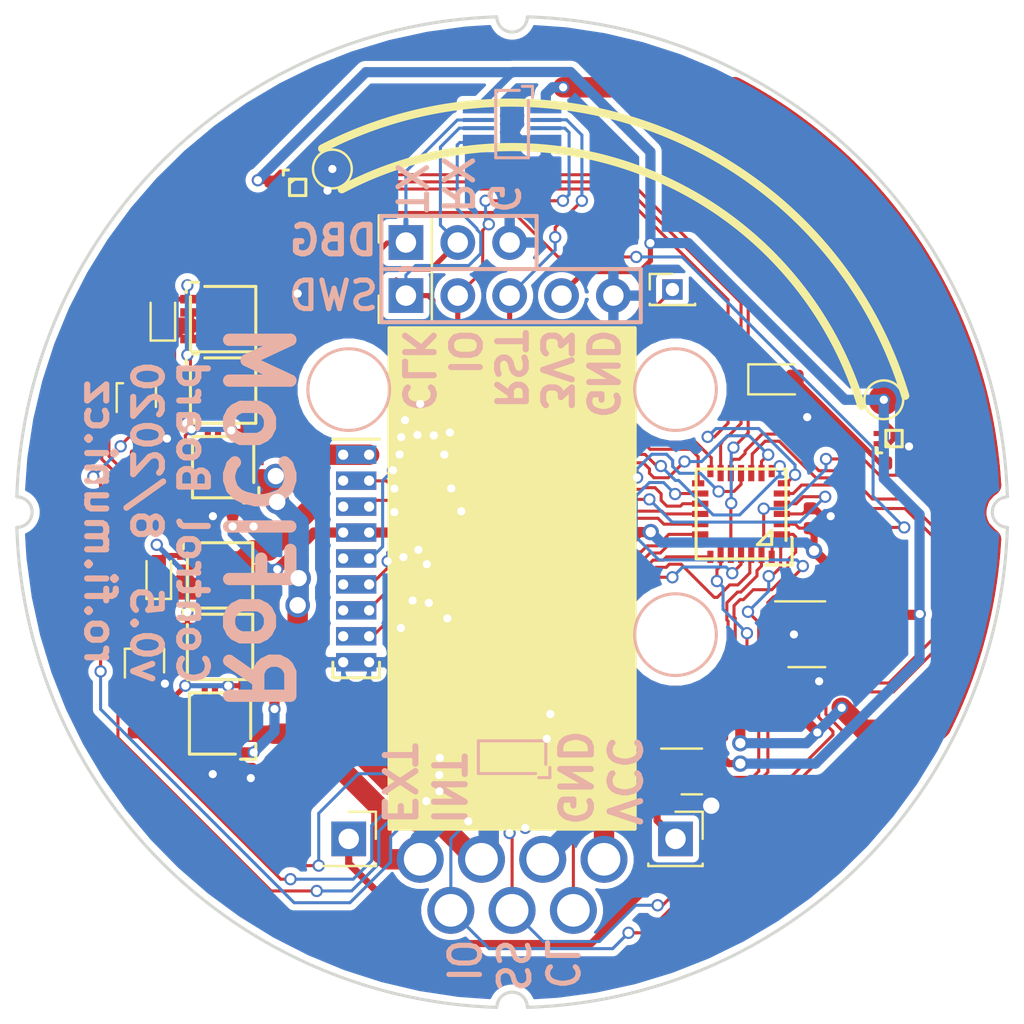
<source format=kicad_pcb>
(kicad_pcb (version 20171130) (host pcbnew 5.1.6-c6e7f7d~87~ubuntu20.04.1)
  (layers (0 F.Cu signal) (31 B.Cu signal) (34 B.Paste user) (35 F.Paste user) (36 B.SilkS user) (37 F.SilkS user hide) (38 B.Mask user) (39 F.Mask user) (44 Edge.Cuts user))
  (net 0 "")
  (net 1 GND)
  (net 2 SENSE_B)
  (net 3 TX)
  (net 4 RX)
  (net 5 SENSE_A)
  (net 6 +3V3)
  (net 7 SCL)
  (net 8 SDA)
  (net 9 +48V)
  (net 10 VCC)
  (net 11 RST)
  (net 12 SPI_SCK)
  (net 13 SPI_SS)
  (net 14 SPI_MISO)
  (net 15 MOTOR)
  (net 16 MOTOR_PWM)
  (net 17 SWCLK)
  (net 18 SWDIO)
  (net 19 DBG_RX)
  (net 20 "Net-(J3-Pad1)")
  (net 21 "Net-(J2-Pad1)")
  (net 22 LIMIT_1)
  (net 23 LIMIT_2)
  (net 24 "Net-(Q2-Pad3)")
  (net 25 INT_SW)
  (net 26 INT_U)
  (net 27 INT_I)
  (net 28 EXT_U)
  (net 29 EXT_SW)
  (net 30 EXT_I)
  (net 31 "Net-(D2-Pad2)")
  (net 32 "Net-(D2-Pad1)")
  (net 33 "Net-(D3-Pad2)")
  (net 34 "Net-(D3-Pad1)")
  (net 35 "Net-(Q6-Pad3)")
  (net 36 "Net-(Q3-Pad3)")
  (net 37 "Net-(Q5-Pad3)")
  (net 38 EXT)
  (net 39 INT)
  (net 40 "Net-(D1-Pad1)")
  (net 41 IN_U)
  (net 42 DBG_TX)
  (net 43 POT_SENSE)
  (module Package_TO_SOT_SMD:SOT-23-5 (layer F.Cu) (at 154.43 95.98)
    (fp_text reference U4 hide)
    (fp_text value NCP718ASN330T1G)
    (pad 5 smd rect (at 1.1 -0.95) (size 1.06 0.65) (layers F.Cu F.Paste F.Mask) (net 6 +3V3))
    (pad 4 smd rect (at 1.1 0.95) (size 1.06 0.65) (layers F.Cu F.Paste F.Mask))
    (pad 3 smd rect (at -1.1 0.95) (size 1.06 0.65) (layers F.Cu F.Paste F.Mask) (net 10 VCC))
    (pad 2 smd rect (at -1.1 0) (size 1.06 0.65) (layers F.Cu F.Paste F.Mask) (net 1 GND))
    (pad 1 smd rect (at -1.1 -0.95) (size 1.06 0.65) (layers F.Cu F.Paste F.Mask) (net 10 VCC))
  )
  (module Package_TO_SOT_SMD:SOT-416 (layer F.Cu) (at 122 97.2 90)
    (fp_text reference Q5 hide)
    (fp_text value SSM3K72CFS)
    (pad 3 smd rect (at 0.65 0 90) (size 0.6 0.5) (layers F.Cu F.Paste F.Mask) (net 37 "Net-(Q5-Pad3)"))
    (pad 2 smd rect (at -0.65 0.5 90) (size 0.6 0.5) (layers F.Cu F.Paste F.Mask) (net 1 GND))
    (pad 1 smd rect (at -0.65 -0.5 90) (size 0.6 0.5) (layers F.Cu F.Paste F.Mask) (net 29 EXT_SW))
  )
  (module Package_TO_SOT_SMD:SOT-416 (layer F.Cu) (at 121.6 84.2 90)
    (fp_text reference Q2 hide)
    (fp_text value SSM3K72CFS)
    (pad 3 smd rect (at 0.65 0 90) (size 0.6 0.5) (layers F.Cu F.Paste F.Mask) (net 24 "Net-(Q2-Pad3)"))
    (pad 2 smd rect (at -0.65 0.5 90) (size 0.6 0.5) (layers F.Cu F.Paste F.Mask) (net 1 GND))
    (pad 1 smd rect (at -0.65 -0.5 90) (size 0.6 0.5) (layers F.Cu F.Paste F.Mask) (net 25 INT_SW))
  )
  (module rofi:molex-505006-0812 (layer B.Cu) (at 140 102)
    (fp_text reference J9 hide)
    (fp_text value SYS_CON_2)
    (pad 6 smd rect (at -0.2 -1.65) (size 0.2 1.524) (layers B.Cu B.Paste B.Mask))
    (pad 5 smd rect (at -0.2 1.65) (size 0.2 1.524) (layers B.Cu B.Paste B.Mask) (net 13 SPI_SS))
    (pad 4 smd rect (at 0.2 -1.65) (size 0.2 1.524) (layers B.Cu B.Paste B.Mask) (net 12 SPI_SCK))
    (pad 3 smd rect (at 0.2 1.65) (size 0.2 1.524) (layers B.Cu B.Paste B.Mask) (net 14 SPI_MISO))
    (pad 8 smd rect (at -0.8 -1.65) (size 0.55 1.524) (layers B.Cu B.Paste B.Mask) (net 38 EXT))
    (pad 7 smd rect (at -0.8 1.65) (size 0.55 1.524) (layers B.Cu B.Paste B.Mask) (net 39 INT))
    (pad 2 smd rect (at 0.8 -1.65) (size 0.55 1.524) (layers B.Cu B.Paste B.Mask) (net 10 VCC))
    (pad 1 smd rect (at 0.8 1.65) (size 0.55 1.524) (layers B.Cu B.Paste B.Mask) (net 1 GND))
  )
  (module rofi:molex-505006-0812 (layer B.Cu) (at 140 71 90)
    (fp_text reference J8 hide)
    (fp_text value DBG)
    (pad 1 smd rect (at 0.8 1.65 90) (size 0.55 1.524) (layers B.Cu B.Paste B.Mask) (net 10 VCC))
    (pad 2 smd rect (at 0.8 -1.65 90) (size 0.55 1.524) (layers B.Cu B.Paste B.Mask) (net 6 +3V3))
    (pad 7 smd rect (at -0.8 1.65 90) (size 0.55 1.524) (layers B.Cu B.Paste B.Mask) (net 1 GND))
    (pad 8 smd rect (at -0.8 -1.65 90) (size 0.55 1.524) (layers B.Cu B.Paste B.Mask) (net 17 SWCLK))
    (pad 3 smd rect (at 0.2 1.65 90) (size 0.2 1.524) (layers B.Cu B.Paste B.Mask) (net 11 RST))
    (pad 4 smd rect (at 0.2 -1.65 90) (size 0.2 1.524) (layers B.Cu B.Paste B.Mask) (net 42 DBG_TX))
    (pad 5 smd rect (at -0.2 1.65 90) (size 0.2 1.524) (layers B.Cu B.Paste B.Mask) (net 18 SWDIO))
    (pad 6 smd rect (at -0.2 -1.65 90) (size 0.2 1.524) (layers B.Cu B.Paste B.Mask) (net 19 DBG_RX))
  )
  (module rofi:UFQFPN28 (layer F.Cu) (at 151.21 90.09 180)
    (fp_text reference U1 hide)
    (fp_text value STM32G071GBU6)
    (pad 28 smd rect (at -1.5 -2.1 90) (size 0.6 0.3) (layers F.Cu F.Paste F.Mask) (net 23 LIMIT_2))
    (pad 27 smd rect (at -1 -2 90) (size 0.8 0.3) (layers F.Cu F.Paste F.Mask) (net 19 DBG_RX))
    (pad 26 smd rect (at -0.5 -2 90) (size 0.8 0.3) (layers F.Cu F.Paste F.Mask) (net 42 DBG_TX))
    (pad 25 smd rect (at 0 -2 90) (size 0.8 0.3) (layers F.Cu F.Paste F.Mask) (net 29 EXT_SW))
    (pad 24 smd rect (at 0.5 -2 90) (size 0.8 0.3) (layers F.Cu F.Paste F.Mask) (net 22 LIMIT_1))
    (pad 23 smd rect (at 1 -2 90) (size 0.8 0.3) (layers F.Cu F.Paste F.Mask) (net 12 SPI_SCK))
    (pad 22 smd rect (at 1.5 -2.1 90) (size 0.6 0.3) (layers F.Cu F.Paste F.Mask) (net 2 SENSE_B))
    (pad 21 smd rect (at 2.1 -1.5) (size 0.6 0.3) (layers F.Cu F.Paste F.Mask) (net 17 SWCLK))
    (pad 20 smd rect (at 2 -1) (size 0.8 0.3) (layers F.Cu F.Paste F.Mask) (net 18 SWDIO))
    (pad 19 smd rect (at 2 -0.5) (size 0.8 0.3) (layers F.Cu F.Paste F.Mask) (net 8 SDA))
    (pad 18 smd rect (at 2 0) (size 0.8 0.3) (layers F.Cu F.Paste F.Mask) (net 7 SCL))
    (pad 17 smd rect (at 2 0.5) (size 0.8 0.3) (layers F.Cu F.Paste F.Mask) (net 5 SENSE_A))
    (pad 16 smd rect (at 2 1) (size 0.8 0.3) (layers F.Cu F.Paste F.Mask) (net 16 MOTOR_PWM))
    (pad 15 smd rect (at 2.1 1.5) (size 0.6 0.3) (layers F.Cu F.Paste F.Mask) (net 30 EXT_I))
    (pad 14 smd rect (at 1.5 2.1 270) (size 0.6 0.3) (layers F.Cu F.Paste F.Mask) (net 43 POT_SENSE))
    (pad 13 smd rect (at 1 2 270) (size 0.8 0.3) (layers F.Cu F.Paste F.Mask) (net 27 INT_I))
    (pad 12 smd rect (at 0.5 2 270) (size 0.8 0.3) (layers F.Cu F.Paste F.Mask) (net 14 SPI_MISO))
    (pad 11 smd rect (at 0 2 270) (size 0.8 0.3) (layers F.Cu F.Paste F.Mask) (net 28 EXT_U))
    (pad 10 smd rect (at -0.5 2 270) (size 0.8 0.3) (layers F.Cu F.Paste F.Mask) (net 13 SPI_SS))
    (pad 9 smd rect (at -1 2 270) (size 0.8 0.3) (layers F.Cu F.Paste F.Mask) (net 4 RX))
    (pad 8 smd rect (at -1.5 2.1 270) (size 0.6 0.3) (layers F.Cu F.Paste F.Mask) (net 3 TX))
    (pad 7 smd rect (at -2.1 1.5 180) (size 0.6 0.3) (layers F.Cu F.Paste F.Mask) (net 26 INT_U))
    (pad 6 smd rect (at -2 1 180) (size 0.8 0.3) (layers F.Cu F.Paste F.Mask) (net 41 IN_U))
    (pad 5 smd rect (at -2 0.5 180) (size 0.8 0.3) (layers F.Cu F.Paste F.Mask) (net 11 RST))
    (pad 4 smd rect (at -2 0 180) (size 0.8 0.3) (layers F.Cu F.Paste F.Mask) (net 1 GND))
    (pad 3 smd rect (at -2 -0.5 180) (size 0.8 0.3) (layers F.Cu F.Paste F.Mask) (net 6 +3V3))
    (pad 2 smd rect (at -2 -1 180) (size 0.8 0.3) (layers F.Cu F.Paste F.Mask) (net 25 INT_SW))
    (pad 1 smd rect (at -2.1 -1.5 180) (size 0.6 0.3) (layers F.Cu F.Paste F.Mask) (net 15 MOTOR))
  )
  (module Connector_PinHeader_2.54mm:PinHeader_1x05_P2.54mm_Vertical (layer F.Cu) (at 134.8 79.4 90)
    (fp_text reference J4 hide)
    (fp_text value SWD)
    (pad 5 thru_hole oval (at 0 10.16 90) (size 1.7 1.7) (drill 1) (layers *.Cu *.Mask) (net 1 GND))
    (pad 4 thru_hole oval (at 0 7.62 90) (size 1.7 1.7) (drill 1) (layers *.Cu *.Mask) (net 6 +3V3))
    (pad 3 thru_hole oval (at 0 5.08 90) (size 1.7 1.7) (drill 1) (layers *.Cu *.Mask) (net 11 RST))
    (pad 2 thru_hole oval (at 0 2.54 90) (size 1.7 1.7) (drill 1) (layers *.Cu *.Mask) (net 18 SWDIO))
    (pad 1 thru_hole rect (at 0 0 90) (size 1.7 1.7) (drill 1) (layers *.Cu *.Mask) (net 17 SWCLK))
  )
  (module Connector_PinSocket_2.54mm:PinSocket_1x03_P2.54mm_Vertical (layer F.Cu) (at 134.8 76.8 90)
    (fp_text reference J5 hide)
    (fp_text value DBG_UART)
    (pad 3 thru_hole oval (at 0 5.08 90) (size 1.7 1.7) (drill 1) (layers *.Cu *.Mask) (net 1 GND))
    (pad 2 thru_hole oval (at 0 2.54 90) (size 1.7 1.7) (drill 1) (layers *.Cu *.Mask) (net 19 DBG_RX))
    (pad 1 thru_hole rect (at 0 0 90) (size 1.7 1.7) (drill 1) (layers *.Cu *.Mask) (net 42 DBG_TX))
  )
  (module Capacitor_SMD:C_0402_1005Metric (layer F.Cu) (at 128.2 74.3 90)
    (fp_text reference C8 hide)
    (fp_text value 470n)
    (pad 2 smd roundrect (at 0.485 0 90) (size 0.59 0.64) (layers F.Cu F.Paste F.Mask) (net 6 +3V3))
    (pad 1 smd roundrect (at -0.485 0 90) (size 0.59 0.64) (layers F.Cu F.Paste F.Mask) (net 1 GND))
  )
  (module rofi:pogo_row_4_3 (layer F.Cu) (at 140 107)
    (fp_text reference J6 hide)
    (fp_text value SYS_CON)
    (pad 7 thru_hole circle (at 3 2.5) (size 2.3 2.3) (drill 1.6) (layers *.Cu *.Mask) (net 12 SPI_SCK))
    (pad 6 thru_hole circle (at 0 2.5) (size 2.3 2.3) (drill 1.6) (layers *.Cu *.Mask) (net 13 SPI_SS))
    (pad 5 thru_hole circle (at -3 2.5) (size 2.3 2.3) (drill 1.6) (layers *.Cu *.Mask) (net 14 SPI_MISO))
    (pad 4 thru_hole circle (at 4.5 0) (size 2.3 2.3) (drill 1.6) (layers *.Cu *.Mask) (net 10 VCC))
    (pad 3 thru_hole circle (at 1.5 0) (size 2.3 2.3) (drill 1.6) (layers *.Cu *.Mask) (net 1 GND))
    (pad 2 thru_hole circle (at -1.5 0) (size 2.3 2.3) (drill 1.6) (layers *.Cu *.Mask) (net 39 INT))
    (pad 1 thru_hole circle (at -4.5 0) (size 2.3 2.3) (drill 1.6) (layers *.Cu *.Mask) (net 38 EXT))
  )
  (module Connector_PinHeader_1.27mm:PinHeader_1x01_P1.27mm_Vertical (layer F.Cu) (at 147.85 79.1)
    (fp_text reference J7 hide)
    (fp_text value SLIDER)
    (pad 1 thru_hole rect (at 0 0) (size 1 1) (drill 0.65) (layers *.Cu *.Mask) (net 43 POT_SENSE))
  )
  (module TestPoint:TestPoint_Pad_D1.5mm (layer F.Cu) (at 158.2 84.5)
    (fp_text reference TP1 hide)
    (fp_text value TestPoint)
    (pad 1 smd circle (at 0 0) (size 1.5 1.5) (layers F.Cu F.Mask) (net 6 +3V3))
  )
  (module TestPoint:TestPoint_Pad_D1.5mm (layer F.Cu) (at 131.2 73.2)
    (fp_text reference TP2 hide)
    (fp_text value TestPoint)
    (pad 1 smd circle (at 0 0) (size 1.5 1.5) (layers F.Cu F.Mask) (net 1 GND))
  )
  (module LED_SMD:LED_0603_1608Metric (layer F.Cu) (at 153.05 83.5)
    (fp_text reference D1 hide)
    (fp_text value LED)
    (pad 2 smd roundrect (at 0.7875 0) (size 0.875 0.95) (layers F.Cu F.Paste F.Mask) (net 6 +3V3))
    (pad 1 smd roundrect (at -0.7875 0) (size 0.875 0.95) (layers F.Cu F.Paste F.Mask) (net 40 "Net-(D1-Pad1)"))
  )
  (module MountingHole:MountingHole_2mm (layer F.Cu) (at 148 96)
    (fp_text reference H2 hide)
    (fp_text value "Motor Clamp")
    (pad "" np_thru_hole circle (at 0 0) (size 2 2) (drill 2) (layers *.Cu *.Mask) (clearance 1.5))
  )
  (module MountingHole:MountingHole_2mm (layer F.Cu) (at 148 84)
    (fp_text reference H3 hide)
    (fp_text value "Motor Clamp")
    (pad "" np_thru_hole circle (at 0 0) (size 2 2) (drill 2) (layers *.Cu *.Mask) (clearance 1.5))
  )
  (module MountingHole:MountingHole_2mm (layer F.Cu) (at 132 84)
    (fp_text reference H1 hide)
    (fp_text value "Motor Clamp")
    (pad "" np_thru_hole circle (at 0 0) (size 2 2) (drill 2) (layers *.Cu *.Mask) (clearance 1.5))
  )
  (module Resistor_SMD:R_0402_1005Metric (layer F.Cu) (at 130.85 79.25 180)
    (fp_text reference R13 hide)
    (fp_text value 6k8)
    (pad 2 smd roundrect (at 0.485 0 180) (size 0.59 0.64) (layers F.Cu F.Paste F.Mask) (net 1 GND))
    (pad 1 smd roundrect (at -0.485 0 180) (size 0.59 0.64) (layers F.Cu F.Paste F.Mask) (net 41 IN_U))
  )
  (module Resistor_SMD:R_0402_1005Metric (layer F.Cu) (at 130.85 80.3)
    (fp_text reference R12 hide)
    (fp_text value 100k)
    (pad 2 smd roundrect (at 0.485 0) (size 0.59 0.64) (layers F.Cu F.Paste F.Mask) (net 41 IN_U))
    (pad 1 smd roundrect (at -0.485 0) (size 0.59 0.64) (layers F.Cu F.Paste F.Mask) (net 9 +48V))
  )
  (module Capacitor_SMD:C_0402_1005Metric (layer F.Cu) (at 126.7 102.6 180)
    (fp_text reference C7 hide)
    (fp_text value 470n)
    (pad 2 smd roundrect (at 0.485 0 180) (size 0.59 0.64) (layers F.Cu F.Paste F.Mask) (net 6 +3V3))
    (pad 1 smd roundrect (at -0.485 0 180) (size 0.59 0.64) (layers F.Cu F.Paste F.Mask) (net 1 GND))
  )
  (module Capacitor_SMD:C_0402_1005Metric (layer F.Cu) (at 126.8 90.05 180)
    (fp_text reference C6 hide)
    (fp_text value 470n)
    (pad 2 smd roundrect (at 0.485 0 180) (size 0.59 0.64) (layers F.Cu F.Paste F.Mask) (net 6 +3V3))
    (pad 1 smd roundrect (at -0.485 0 180) (size 0.59 0.64) (layers F.Cu F.Paste F.Mask) (net 1 GND))
  )
  (module Diode_SMD:D_SOD-523 (layer F.Cu) (at 122.7 93.1 90)
    (fp_text reference D3 hide)
    (fp_text value "15V BZT52C15T-7")
    (pad 1 smd rect (at -0.7 0 270) (size 0.6 0.7) (layers F.Cu F.Paste F.Mask) (net 34 "Net-(D3-Pad1)"))
    (pad 2 smd rect (at 0.7 0 270) (size 0.6 0.7) (layers F.Cu F.Paste F.Mask) (net 33 "Net-(D3-Pad2)"))
  )
  (module Resistor_SMD:R_0402_1005Metric (layer F.Cu) (at 121.7 82.4)
    (fp_text reference R6 hide)
    (fp_text value 100k)
    (pad 2 smd roundrect (at 0.485 0) (size 0.59 0.64) (layers F.Cu F.Paste F.Mask) (net 24 "Net-(Q2-Pad3)"))
    (pad 1 smd roundrect (at -0.485 0) (size 0.59 0.64) (layers F.Cu F.Paste F.Mask) (net 31 "Net-(D2-Pad2)"))
  )
  (module Resistor_SMD:R_0402_1005Metric (layer F.Cu) (at 121.45 95 270)
    (fp_text reference R11 hide)
    (fp_text value 100k)
    (pad 2 smd roundrect (at 0.485 0 270) (size 0.59 0.64) (layers F.Cu F.Paste F.Mask) (net 37 "Net-(Q5-Pad3)"))
    (pad 1 smd roundrect (at -0.485 0 270) (size 0.59 0.64) (layers F.Cu F.Paste F.Mask) (net 33 "Net-(D3-Pad2)"))
  )
  (module Resistor_SMD:R_0402_1005Metric (layer F.Cu) (at 121.985 98.9 180)
    (fp_text reference R10 hide)
    (fp_text value 100k)
    (pad 2 smd roundrect (at 0.485 0 180) (size 0.59 0.64) (layers F.Cu F.Paste F.Mask) (net 29 EXT_SW))
    (pad 1 smd roundrect (at -0.485 0 180) (size 0.59 0.64) (layers F.Cu F.Paste F.Mask) (net 1 GND))
  )
  (module Resistor_SMD:R_0402_1005Metric (layer F.Cu) (at 121.45 93.1 90)
    (fp_text reference R9 hide)
    (fp_text value 100k)
    (pad 2 smd roundrect (at 0.485 0 90) (size 0.59 0.64) (layers F.Cu F.Paste F.Mask) (net 33 "Net-(D3-Pad2)"))
    (pad 1 smd roundrect (at -0.485 0 90) (size 0.59 0.64) (layers F.Cu F.Paste F.Mask) (net 34 "Net-(D3-Pad1)"))
  )
  (module Resistor_SMD:R_0402_1005Metric (layer F.Cu) (at 122.5 100.3 90)
    (fp_text reference R8 hide)
    (fp_text value 100k)
    (pad 2 smd roundrect (at 0.485 0 90) (size 0.59 0.64) (layers F.Cu F.Paste F.Mask) (net 35 "Net-(Q6-Pad3)"))
    (pad 1 smd roundrect (at -0.485 0 90) (size 0.59 0.64) (layers F.Cu F.Paste F.Mask) (net 28 EXT_U))
  )
  (module Resistor_SMD:R_0402_1005Metric (layer F.Cu) (at 121.5 100.3 270)
    (fp_text reference R7 hide)
    (fp_text value 6k8)
    (pad 2 smd roundrect (at 0.485 0 270) (size 0.59 0.64) (layers F.Cu F.Paste F.Mask) (net 28 EXT_U))
    (pad 1 smd roundrect (at -0.485 0 270) (size 0.59 0.64) (layers F.Cu F.Paste F.Mask) (net 1 GND))
  )
  (module Resistor_SMD:R_0402_1005Metric (layer F.Cu) (at 122.115 85.9 180)
    (fp_text reference R5 hide)
    (fp_text value 100k)
    (pad 2 smd roundrect (at 0.485 0 180) (size 0.59 0.64) (layers F.Cu F.Paste F.Mask) (net 25 INT_SW))
    (pad 1 smd roundrect (at -0.485 0 180) (size 0.59 0.64) (layers F.Cu F.Paste F.Mask) (net 1 GND))
  )
  (module Resistor_SMD:R_0402_1005Metric (layer F.Cu) (at 153.065 85)
    (fp_text reference R1 hide)
    (fp_text value 220R)
    (pad 2 smd roundrect (at 0.485 0) (size 0.59 0.64) (layers F.Cu F.Paste F.Mask) (net 1 GND))
    (pad 1 smd roundrect (at -0.485 0) (size 0.59 0.64) (layers F.Cu F.Paste F.Mask) (net 40 "Net-(D1-Pad1)"))
  )
  (module Resistor_SMD:R_0402_1005Metric (layer F.Cu) (at 121.6 87.7 270)
    (fp_text reference R2 hide)
    (fp_text value 6k8)
    (pad 2 smd roundrect (at 0.485 0 270) (size 0.59 0.64) (layers F.Cu F.Paste F.Mask) (net 26 INT_U))
    (pad 1 smd roundrect (at -0.485 0 270) (size 0.59 0.64) (layers F.Cu F.Paste F.Mask) (net 1 GND))
  )
  (module Resistor_SMD:R_0402_1005Metric (layer F.Cu) (at 122.6 87.75 90)
    (fp_text reference R3 hide)
    (fp_text value 100k)
    (pad 2 smd roundrect (at 0.485 0 90) (size 0.59 0.64) (layers F.Cu F.Paste F.Mask) (net 36 "Net-(Q3-Pad3)"))
    (pad 1 smd roundrect (at -0.485 0 90) (size 0.59 0.64) (layers F.Cu F.Paste F.Mask) (net 26 INT_U))
  )
  (module Resistor_SMD:R_0402_1005Metric (layer F.Cu) (at 121.7 80.5 90)
    (fp_text reference R4 hide)
    (fp_text value 100k)
    (pad 2 smd roundrect (at 0.485 0 90) (size 0.59 0.64) (layers F.Cu F.Paste F.Mask) (net 31 "Net-(D2-Pad2)"))
    (pad 1 smd roundrect (at -0.485 0 90) (size 0.59 0.64) (layers F.Cu F.Paste F.Mask) (net 32 "Net-(D2-Pad1)"))
  )
  (module rofi:ACS70331 (layer F.Cu) (at 125.85 87.8 180)
    (fp_text reference U6 hide)
    (fp_text value ACS70331)
    (pad 1 smd rect (at -1.35 -0.5 180) (size 1.27 0.8) (layers F.Cu F.Paste F.Mask) (net 39 INT))
    (pad 3 smd rect (at -1.35 0.5 180) (size 1.27 0.8) (layers F.Cu F.Paste F.Mask) (net 36 "Net-(Q3-Pad3)"))
    (pad 5 smd rect (at 0.25 1.45 180) (size 0.3 0.85) (layers F.Cu F.Paste F.Mask) (net 1 GND))
    (pad 6 smd rect (at 0.75 1.45 180) (size 0.3 0.85) (layers F.Cu F.Paste F.Mask) (net 1 GND))
    (pad 7 smd rect (at 1.45 0.75 270) (size 0.3 0.85) (layers F.Cu F.Paste F.Mask) (net 1 GND))
    (pad 8 smd rect (at 1.45 0.25 270) (size 0.3 0.85) (layers F.Cu F.Paste F.Mask) (net 1 GND))
    (pad 9 smd rect (at 1.45 -0.25 270) (size 0.3 0.85) (layers F.Cu F.Paste F.Mask) (net 1 GND))
    (pad 10 smd rect (at 1.45 -0.75 270) (size 0.3 0.85) (layers F.Cu F.Paste F.Mask) (net 27 INT_I))
    (pad 11 smd rect (at 0.75 -1.45 180) (size 0.3 0.85) (layers F.Cu F.Paste F.Mask) (net 1 GND))
    (pad 12 smd rect (at 0.25 -1.45 180) (size 0.3 0.85) (layers F.Cu F.Paste F.Mask) (net 6 +3V3))
  )
  (module rofi:ACS70331 (layer F.Cu) (at 125.7 100.35 180)
    (fp_text reference U7 hide)
    (fp_text value ACS70331)
    (pad 1 smd rect (at -1.35 -0.5 180) (size 1.27 0.8) (layers F.Cu F.Paste F.Mask) (net 38 EXT))
    (pad 3 smd rect (at -1.35 0.5 180) (size 1.27 0.8) (layers F.Cu F.Paste F.Mask) (net 35 "Net-(Q6-Pad3)"))
    (pad 5 smd rect (at 0.25 1.45 180) (size 0.3 0.85) (layers F.Cu F.Paste F.Mask) (net 1 GND))
    (pad 6 smd rect (at 0.75 1.45 180) (size 0.3 0.85) (layers F.Cu F.Paste F.Mask) (net 1 GND))
    (pad 7 smd rect (at 1.45 0.75 270) (size 0.3 0.85) (layers F.Cu F.Paste F.Mask) (net 1 GND))
    (pad 8 smd rect (at 1.45 0.25 270) (size 0.3 0.85) (layers F.Cu F.Paste F.Mask) (net 1 GND))
    (pad 9 smd rect (at 1.45 -0.25 270) (size 0.3 0.85) (layers F.Cu F.Paste F.Mask) (net 1 GND))
    (pad 10 smd rect (at 1.45 -0.75 270) (size 0.3 0.85) (layers F.Cu F.Paste F.Mask) (net 30 EXT_I))
    (pad 11 smd rect (at 0.75 -1.45 180) (size 0.3 0.85) (layers F.Cu F.Paste F.Mask) (net 1 GND))
    (pad 12 smd rect (at 0.25 -1.45 180) (size 0.3 0.85) (layers F.Cu F.Paste F.Mask) (net 6 +3V3))
  )
  (module rofi:POWERDI_3333-8 (layer F.Cu) (at 125.85 84.05 270)
    (fp_text reference Q3 hide)
    (fp_text value DMP6050SFG)
    (pad 3 smd rect (at 0 -0.2 270) (size 2.37 2) (layers F.Cu F.Paste F.Mask) (net 36 "Net-(Q3-Pad3)"))
    (pad 3 smd rect (at -0.975 -1.5 270) (size 0.42 1.2) (layers F.Cu F.Paste F.Mask) (net 36 "Net-(Q3-Pad3)"))
    (pad 3 smd rect (at -0.325 -1.5 270) (size 0.42 1.2) (layers F.Cu F.Paste F.Mask) (net 36 "Net-(Q3-Pad3)"))
    (pad 3 smd rect (at 0.325 -1.5 270) (size 0.42 1.2) (layers F.Cu F.Paste F.Mask) (net 36 "Net-(Q3-Pad3)"))
    (pad 3 smd rect (at 0.975 -1.5 270) (size 0.42 1.2) (layers F.Cu F.Paste F.Mask) (net 36 "Net-(Q3-Pad3)"))
    (pad 2 smd rect (at 0.975 1.6 270) (size 0.42 1) (layers F.Cu F.Paste F.Mask) (net 32 "Net-(D2-Pad1)"))
    (pad 2 smd rect (at 0.325 1.6 270) (size 0.42 1) (layers F.Cu F.Paste F.Mask) (net 32 "Net-(D2-Pad1)"))
    (pad 2 smd rect (at -0.325 1.6 270) (size 0.42 1) (layers F.Cu F.Paste F.Mask) (net 32 "Net-(D2-Pad1)"))
    (pad 1 smd rect (at -0.975 1.6 270) (size 0.42 1) (layers F.Cu F.Paste F.Mask) (net 31 "Net-(D2-Pad2)"))
  )
  (module rofi:POWERDI_3333-8 (layer F.Cu) (at 125.7 93.1 270)
    (fp_text reference Q4 hide)
    (fp_text value DMP6050SFG)
    (pad 3 smd rect (at 0 -0.2 270) (size 2.37 2) (layers F.Cu F.Paste F.Mask) (net 9 +48V))
    (pad 3 smd rect (at -0.975 -1.5 270) (size 0.42 1.2) (layers F.Cu F.Paste F.Mask) (net 9 +48V))
    (pad 3 smd rect (at -0.325 -1.5 270) (size 0.42 1.2) (layers F.Cu F.Paste F.Mask) (net 9 +48V))
    (pad 3 smd rect (at 0.325 -1.5 270) (size 0.42 1.2) (layers F.Cu F.Paste F.Mask) (net 9 +48V))
    (pad 3 smd rect (at 0.975 -1.5 270) (size 0.42 1.2) (layers F.Cu F.Paste F.Mask) (net 9 +48V))
    (pad 2 smd rect (at 0.975 1.6 270) (size 0.42 1) (layers F.Cu F.Paste F.Mask) (net 34 "Net-(D3-Pad1)"))
    (pad 2 smd rect (at 0.325 1.6 270) (size 0.42 1) (layers F.Cu F.Paste F.Mask) (net 34 "Net-(D3-Pad1)"))
    (pad 2 smd rect (at -0.325 1.6 270) (size 0.42 1) (layers F.Cu F.Paste F.Mask) (net 34 "Net-(D3-Pad1)"))
    (pad 1 smd rect (at -0.975 1.6 270) (size 0.42 1) (layers F.Cu F.Paste F.Mask) (net 33 "Net-(D3-Pad2)"))
  )
  (module rofi:POWERDI_3333-8 (layer F.Cu) (at 125.7 96.6 270)
    (fp_text reference Q6 hide)
    (fp_text value DMP6050SFG)
    (pad 3 smd rect (at 0 -0.2 270) (size 2.37 2) (layers F.Cu F.Paste F.Mask) (net 35 "Net-(Q6-Pad3)"))
    (pad 3 smd rect (at -0.975 -1.5 270) (size 0.42 1.2) (layers F.Cu F.Paste F.Mask) (net 35 "Net-(Q6-Pad3)"))
    (pad 3 smd rect (at -0.325 -1.5 270) (size 0.42 1.2) (layers F.Cu F.Paste F.Mask) (net 35 "Net-(Q6-Pad3)"))
    (pad 3 smd rect (at 0.325 -1.5 270) (size 0.42 1.2) (layers F.Cu F.Paste F.Mask) (net 35 "Net-(Q6-Pad3)"))
    (pad 3 smd rect (at 0.975 -1.5 270) (size 0.42 1.2) (layers F.Cu F.Paste F.Mask) (net 35 "Net-(Q6-Pad3)"))
    (pad 2 smd rect (at 0.975 1.6 270) (size 0.42 1) (layers F.Cu F.Paste F.Mask) (net 34 "Net-(D3-Pad1)"))
    (pad 2 smd rect (at 0.325 1.6 270) (size 0.42 1) (layers F.Cu F.Paste F.Mask) (net 34 "Net-(D3-Pad1)"))
    (pad 2 smd rect (at -0.325 1.6 270) (size 0.42 1) (layers F.Cu F.Paste F.Mask) (net 34 "Net-(D3-Pad1)"))
    (pad 1 smd rect (at -0.975 1.6 270) (size 0.42 1) (layers F.Cu F.Paste F.Mask) (net 33 "Net-(D3-Pad2)"))
  )
  (module Diode_SMD:D_SOD-523 (layer F.Cu) (at 122.9 80.45 90)
    (fp_text reference D2 hide)
    (fp_text value "15V BZT52C15T-7")
    (pad 1 smd rect (at -0.7 0 270) (size 0.6 0.7) (layers F.Cu F.Paste F.Mask) (net 32 "Net-(D2-Pad1)"))
    (pad 2 smd rect (at 0.7 0 270) (size 0.6 0.7) (layers F.Cu F.Paste F.Mask) (net 31 "Net-(D2-Pad2)"))
  )
  (module rofi:POWERDI_3333-8 (layer F.Cu) (at 125.85 80.55 270)
    (fp_text reference Q1 hide)
    (fp_text value DMP6050SFG)
    (pad 3 smd rect (at 0 -0.2 270) (size 2.37 2) (layers F.Cu F.Paste F.Mask) (net 9 +48V))
    (pad 3 smd rect (at -0.975 -1.5 270) (size 0.42 1.2) (layers F.Cu F.Paste F.Mask) (net 9 +48V))
    (pad 3 smd rect (at -0.325 -1.5 270) (size 0.42 1.2) (layers F.Cu F.Paste F.Mask) (net 9 +48V))
    (pad 3 smd rect (at 0.325 -1.5 270) (size 0.42 1.2) (layers F.Cu F.Paste F.Mask) (net 9 +48V))
    (pad 3 smd rect (at 0.975 -1.5 270) (size 0.42 1.2) (layers F.Cu F.Paste F.Mask) (net 9 +48V))
    (pad 2 smd rect (at 0.975 1.6 270) (size 0.42 1) (layers F.Cu F.Paste F.Mask) (net 32 "Net-(D2-Pad1)"))
    (pad 2 smd rect (at 0.325 1.6 270) (size 0.42 1) (layers F.Cu F.Paste F.Mask) (net 32 "Net-(D2-Pad1)"))
    (pad 2 smd rect (at -0.325 1.6 270) (size 0.42 1) (layers F.Cu F.Paste F.Mask) (net 32 "Net-(D2-Pad1)"))
    (pad 1 smd rect (at -0.975 1.6 270) (size 0.42 1) (layers F.Cu F.Paste F.Mask) (net 31 "Net-(D2-Pad2)"))
  )
  (module rofi:VSON04Z1114A (layer F.Cu) (at 129.5 74.1)
    (fp_text reference U5 hide)
    (fp_text value BU52272NUZ)
    (pad 4 smd rect (at 0.25 -0.75) (size 0.25 0.5) (layers F.Cu F.Paste F.Mask))
    (pad 3 smd rect (at 0.25 0.75) (size 0.25 0.5) (layers F.Cu F.Paste F.Mask) (net 22 LIMIT_1))
    (pad 2 smd rect (at -0.25 0.75) (size 0.25 0.5) (layers F.Cu F.Paste F.Mask) (net 1 GND))
    (pad 1 smd rect (at -0.25 -0.75) (size 0.25 0.5) (layers F.Cu F.Paste F.Mask) (net 6 +3V3))
  )
  (module Capacitor_SMD:C_0402_1005Metric (layer F.Cu) (at 149.8 100.9)
    (fp_text reference C5 hide)
    (fp_text value 470n)
    (pad 2 smd roundrect (at 0.485 0) (size 0.59 0.64) (layers F.Cu F.Paste F.Mask) (net 6 +3V3))
    (pad 1 smd roundrect (at -0.485 0) (size 0.59 0.64) (layers F.Cu F.Paste F.Mask) (net 1 GND))
  )
  (module Capacitor_SMD:C_0402_1005Metric (layer F.Cu) (at 147.8 100.9 180)
    (fp_text reference C4 hide)
    (fp_text value 470n)
    (pad 2 smd roundrect (at 0.485 0 180) (size 0.59 0.64) (layers F.Cu F.Paste F.Mask) (net 10 VCC))
    (pad 1 smd roundrect (at -0.485 0 180) (size 0.59 0.64) (layers F.Cu F.Paste F.Mask) (net 1 GND))
  )
  (module Capacitor_SMD:C_0402_1005Metric (layer F.Cu) (at 154.6 90.3 90)
    (fp_text reference C3 hide)
    (fp_text value 470n)
    (pad 2 smd roundrect (at 0.485 0 90) (size 0.59 0.64) (layers F.Cu F.Paste F.Mask) (net 1 GND))
    (pad 1 smd roundrect (at -0.485 0 90) (size 0.59 0.64) (layers F.Cu F.Paste F.Mask) (net 6 +3V3))
  )
  (module Capacitor_SMD:C_0402_1005Metric (layer F.Cu) (at 158.8 87.6 180)
    (fp_text reference C2 hide)
    (fp_text value 470n)
    (pad 2 smd roundrect (at 0.485 0 180) (size 0.59 0.64) (layers F.Cu F.Paste F.Mask) (net 6 +3V3))
    (pad 1 smd roundrect (at -0.485 0 180) (size 0.59 0.64) (layers F.Cu F.Paste F.Mask) (net 1 GND))
  )
  (module Capacitor_SMD:C_0402_1005Metric (layer F.Cu) (at 153.86 98.31)
    (fp_text reference C1 hide)
    (fp_text value 470n)
    (pad 2 smd roundrect (at 0.485 0) (size 0.59 0.64) (layers F.Cu F.Paste F.Mask) (net 1 GND))
    (pad 1 smd roundrect (at -0.485 0) (size 0.59 0.64) (layers F.Cu F.Paste F.Mask) (net 10 VCC))
  )
  (module Connector_PinSocket_2.54mm:PinSocket_1x01_P2.54mm_Vertical (layer F.Cu) (at 148 106)
    (fp_text reference J3 hide)
    (fp_text value M-)
    (pad 1 thru_hole rect (at 0 0) (size 1.7 1.7) (drill 1) (layers *.Cu *.Mask) (net 20 "Net-(J3-Pad1)"))
  )
  (module Connector_PinSocket_2.54mm:PinSocket_1x01_P2.54mm_Vertical (layer F.Cu) (at 132 106)
    (fp_text reference J2 hide)
    (fp_text value M+)
    (pad 1 thru_hole rect (at 0 0) (size 1.7 1.7) (drill 1) (layers *.Cu *.Mask) (net 21 "Net-(J2-Pad1)"))
  )
  (module rofi:flat_cable_9 (layer F.Cu) (at 133 97.35 90)
    (fp_text reference J1 hide)
    (fp_text value "Skirt Cable")
    (pad 9 thru_hole rect (at 10.16 -1.27 90) (size 0.9 1) (drill 0.5 (offset 0 0.15)) (layers *.Cu *.Mask) (net 9 +48V))
    (pad 8 thru_hole rect (at 8.89 -1.27 90) (size 0.9 1) (drill 0.5 (offset 0 0.15)) (layers *.Cu *.Mask) (net 8 SDA))
    (pad 7 thru_hole rect (at 7.62 -1.27 90) (size 0.9 1) (drill 0.5 (offset 0 0.15)) (layers *.Cu *.Mask) (net 7 SCL))
    (pad 6 thru_hole rect (at 6.35 -1.27 90) (size 0.9 1) (drill 0.5 (offset 0 0.15)) (layers *.Cu *.Mask) (net 6 +3V3))
    (pad 5 thru_hole rect (at 5.08 -1.27 90) (size 0.9 1) (drill 0.5 (offset 0 0.15)) (layers *.Cu *.Mask) (net 5 SENSE_A))
    (pad 4 thru_hole rect (at 3.81 -1.27 90) (size 0.9 1) (drill 0.5 (offset 0 0.15)) (layers *.Cu *.Mask) (net 4 RX))
    (pad 3 thru_hole rect (at 2.54 -1.27 90) (size 0.9 1) (drill 0.5 (offset 0 0.15)) (layers *.Cu *.Mask) (net 3 TX))
    (pad 2 thru_hole rect (at 1.27 -1.27 90) (size 0.9 1) (drill 0.5 (offset 0 0.15)) (layers *.Cu *.Mask) (net 2 SENSE_B))
    (pad 1 thru_hole rect (at 0 -1.27 90) (size 0.9 1) (drill 0.5 (offset 0 0.15)) (layers *.Cu *.Mask) (net 1 GND))
    (pad 9 thru_hole rect (at 10.16 0 270) (size 0.9 1) (drill 0.5 (offset 0 0.15)) (layers *.Cu *.Mask) (net 9 +48V))
    (pad 8 thru_hole rect (at 8.89 0 270) (size 0.9 1) (drill 0.5 (offset 0 0.15)) (layers *.Cu *.Mask) (net 8 SDA))
    (pad 7 thru_hole rect (at 7.62 0 270) (size 0.9 1) (drill 0.5 (offset 0 0.15)) (layers *.Cu *.Mask) (net 7 SCL))
    (pad 6 thru_hole rect (at 6.35 0 270) (size 0.9 1) (drill 0.5 (offset 0 0.15)) (layers *.Cu *.Mask) (net 6 +3V3))
    (pad 5 thru_hole rect (at 5.08 0 270) (size 0.9 1) (drill 0.5 (offset 0 0.15)) (layers *.Cu *.Mask) (net 5 SENSE_A))
    (pad 4 thru_hole rect (at 3.81 0 270) (size 0.9 1) (drill 0.5 (offset 0 0.15)) (layers *.Cu *.Mask) (net 4 RX))
    (pad 3 thru_hole rect (at 2.54 0 270) (size 0.9 1) (drill 0.5 (offset 0 0.15)) (layers *.Cu *.Mask) (net 3 TX))
    (pad 2 thru_hole rect (at 1.27 0 270) (size 0.9 1) (drill 0.5 (offset 0 0.15)) (layers *.Cu *.Mask) (net 2 SENSE_B))
    (pad 1 thru_hole rect (at 0 0 270) (size 0.9 1) (drill 0.5 (offset 0 0.15)) (layers *.Cu *.Mask) (net 1 GND))
  )
  (module rofi:VSON04Z1114A (layer F.Cu) (at 158.7 86.4 90)
    (fp_text reference U3 hide)
    (fp_text value BU52272NUZ)
    (pad 4 smd rect (at 0.25 -0.75 90) (size 0.25 0.5) (layers F.Cu F.Paste F.Mask))
    (pad 3 smd rect (at 0.25 0.75 90) (size 0.25 0.5) (layers F.Cu F.Paste F.Mask) (net 23 LIMIT_2))
    (pad 2 smd rect (at -0.25 0.75 90) (size 0.25 0.5) (layers F.Cu F.Paste F.Mask) (net 1 GND))
    (pad 1 smd rect (at -0.25 -0.75 90) (size 0.25 0.5) (layers F.Cu F.Paste F.Mask) (net 6 +3V3))
  )
  (module Package_SON:WSON-8-1EP_2x2mm_P0.5mm_EP0.9x1.6mm (layer F.Cu) (at 148.8 102.7)
    (fp_text reference U2 hide)
    (fp_text value DRV8837C)
    (pad 6 smd rect (at 0.95 0.25) (size 0.5 0.25) (layers F.Cu F.Paste F.Mask) (net 15 MOTOR))
    (pad 5 smd rect (at 0.95 0.75) (size 0.5 0.25) (layers F.Cu F.Paste F.Mask) (net 16 MOTOR_PWM))
    (pad 4 smd rect (at -0.95 0.75) (size 0.5 0.25) (layers F.Cu F.Paste F.Mask) (net 1 GND))
    (pad 2 smd rect (at -0.95 -0.25) (size 0.5 0.25) (layers F.Cu F.Paste F.Mask) (net 21 "Net-(J2-Pad1)"))
    (pad 1 smd rect (at -0.95 -0.75) (size 0.5 0.25) (layers F.Cu F.Paste F.Mask) (net 10 VCC))
    (pad 9 smd rect (at 0 0) (size 0.9 1.6) (layers F.Cu F.Mask) (net 1 GND))
    (pad 8 smd rect (at 0.95 -0.75) (size 0.5 0.25) (layers F.Cu F.Paste F.Mask) (net 6 +3V3))
    (pad 7 smd rect (at 0.95 -0.25) (size 0.5 0.25) (layers F.Cu F.Paste F.Mask) (net 6 +3V3))
    (pad 3 smd rect (at -0.95 0.25) (size 0.5 0.25) (layers F.Cu F.Paste F.Mask) (net 20 "Net-(J3-Pad1)"))
  )
  (gr_text "INT\nEXT" (at 135.65 105.45 270) (layer B.SilkS) (effects (font (size 1.5 1.5) (thickness 0.3)) (justify left mirror)))
  (gr_line (start 115.91 90.73) (end 115.750001 90.749999) (layer Edge.Cuts) (width 0.15))
  (gr_line (start 115.909998 89.27) (end 115.750001 89.249999) (layer Edge.Cuts) (width 0.15))
  (gr_line (start 140.73 114.1) (end 140.749999 114.249999) (layer Edge.Cuts) (width 0.15))
  (gr_line (start 139.272029 114.090445) (end 139.249999 114.249999) (layer Edge.Cuts) (width 0.15))
  (gr_line (start 164.249999 90.750001) (end 164.124033 90.726727) (layer Edge.Cuts) (width 0.15))
  (gr_line (start 164.249999 89.250001) (end 164.09 89.28) (layer Edge.Cuts) (width 0.15))
  (gr_line (start 139.250001 65.750001) (end 139.26 65.83) (layer Edge.Cuts) (width 0.15))
  (gr_line (start 140.750001 65.750001) (end 140.741006 65.820095) (layer Edge.Cuts) (width 0.15))
  (gr_circle (center 148 96) (end 150 96) (layer B.SilkS) (width 0.15))
  (gr_poly (pts (xy 146 105.5) (xy 146 81) (xy 134 81) (xy 134 105.5)) (layer F.SilkS) (width 0.1))
  (gr_poly (pts (xy 146 105.5) (xy 146 81) (xy 134 81) (xy 134 105.5)) (layer F.SilkS) (width 0.1))
  (gr_arc (start 140 90) (end 157.099999 84.800001) (angle -100.9) (layer F.SilkS) (width 0.4))
  (gr_arc (start 139.95 90.102784) (end 159.249999 84.302785) (angle -100.6) (layer F.SilkS) (width 0.4))
  (gr_arc (start 164.25 90) (end 164.09 89.28) (angle -157.6375528) (layer Edge.Cuts) (width 0.15))
  (gr_arc (start 140 90) (end 115.750001 90.749999) (angle -86.45706052) (layer Edge.Cuts) (width 0.15))
  (gr_arc (start 140 90) (end 139.250001 65.750001) (angle -86.45706052) (layer Edge.Cuts) (width 0.15))
  (gr_arc (start 140 90) (end 140.749999 114.249999) (angle -86.45706052) (layer Edge.Cuts) (width 0.15))
  (gr_arc (start 140 114.25) (end 140.73 114.1) (angle -156.0260212) (layer Edge.Cuts) (width 0.15))
  (gr_arc (start 115.75 90) (end 115.91 90.73) (angle -155.2751649) (layer Edge.Cuts) (width 0.15))
  (gr_arc (start 140 90) (end 164.249999 89.250001) (angle -86.45706037) (layer Edge.Cuts) (width 0.15))
  (gr_arc (start 140.000001 65.750001) (end 139.26 65.83) (angle -168.4261878) (layer Edge.Cuts) (width 0.15))
  (gr_circle (center 148 84) (end 150 84) (layer B.SilkS) (width 0.15))
  (gr_circle (center 132 84) (end 134 84) (layer B.SilkS) (width 0.15))
  (gr_text "Control Board\nv0.5  8/2020\nro.fi.muni.cz" (at 122.08 90.5 270) (layer B.SilkS) (effects (font (size 1.4 1.5) (thickness 0.3)) (justify mirror)))
  (gr_text RoFICoM (at 127.5 100.1 270) (layer B.SilkS) (effects (font (size 3 3) (thickness 0.6)) (justify left mirror)))
  (gr_line (start 141.2 75.5) (end 141.2 78.1) (layer B.SilkS) (width 0.2))
  (gr_line (start 133.6 75.5) (end 141.2 75.5) (layer B.SilkS) (width 0.2))
  (gr_line (start 133.6 78.1) (end 133.6 75.5) (layer B.SilkS) (width 0.2))
  (gr_line (start 146.3 80.7) (end 146.3 78.1) (layer B.SilkS) (width 0.2))
  (gr_line (start 133.6 80.7) (end 146.3 80.7) (layer B.SilkS) (width 0.2))
  (gr_line (start 133.6 78.1) (end 133.6 80.7) (layer B.SilkS) (width 0.2))
  (gr_line (start 146.3 78.1) (end 133.6 78.1) (layer B.SilkS) (width 0.2))
  (gr_text "CL\nSS\nIO" (at 140 110.8 270) (layer B.SilkS) (effects (font (size 1.5 1.3) (thickness 0.25)) (justify right mirror)))
  (gr_text "VCC\nGND" (at 144.24 105.49 270) (layer B.SilkS) (effects (font (size 1.5 1.5) (thickness 0.3)) (justify left mirror)))
  (gr_text SWD (at 131.25 79.4) (layer B.SilkS) (effects (font (size 1.4 1.4) (thickness 0.25)) (justify mirror)))
  (gr_text DBG (at 131.25 76.7) (layer B.SilkS) (effects (font (size 1.4 1.4) (thickness 0.3)) (justify mirror)))
  (gr_text "GND\n3V3\nRST\nIO\nCLK" (at 139.9 80.9 270) (layer B.SilkS) (effects (font (size 1.4 1.4) (thickness 0.3)) (justify right mirror)))
  (gr_text "G\nRX\nTX" (at 137.3 75.5 270) (layer B.SilkS) (effects (font (size 1.4 1.4) (thickness 0.25)) (justify left mirror)))
  (gr_line (start 134 81) (end 134 105.5) (layer F.SilkS) (width 0.2))
  (gr_line (start 146 81) (end 134 81) (layer F.SilkS) (width 0.2))
  (gr_line (start 146 105.5) (end 146 81) (layer F.SilkS) (width 0.2))
  (gr_line (start 134 105.5) (end 146 105.5) (layer F.SilkS) (width 0.2))
  (via (at 125.35 90.2) (size 0.6) (drill 0.4) (layers F.Cu B.Cu) (net 1))
  (segment (start 125.1 89.95) (end 125.35 90.2) (width 0.25) (layer F.Cu) (net 1))
  (segment (start 125.1 89.25) (end 125.1 89.95) (width 0.25) (layer F.Cu) (net 1))
  (segment (start 125.6 86.35) (end 125.6 86.85) (width 0.25) (layer F.Cu) (net 1))
  (segment (start 125.6 86.85) (end 125.4 87.05) (width 0.25) (layer F.Cu) (net 1))
  (segment (start 125.1 87.025) (end 125.1 87.05) (width 0.25) (layer F.Cu) (net 1))
  (segment (start 125.1 86.35) (end 125.1 87.025) (width 0.25) (layer F.Cu) (net 1))
  (segment (start 125.4 87.05) (end 125.1 87.05) (width 0.25) (layer F.Cu) (net 1))
  (segment (start 125.1 87.05) (end 124.35 87.05) (width 0.25) (layer F.Cu) (net 1))
  (segment (start 125.075 88.05) (end 125.1 88.025) (width 0.25) (layer F.Cu) (net 1))
  (segment (start 124.4 88.05) (end 125.075 88.05) (width 0.25) (layer F.Cu) (net 1))
  (segment (start 125.1 87.55) (end 124.4 87.55) (width 0.25) (layer F.Cu) (net 1))
  (segment (start 125.1 88.025) (end 125.1 87.55) (width 0.25) (layer F.Cu) (net 1))
  (segment (start 125.1 87.55) (end 125.1 87.025) (width 0.25) (layer F.Cu) (net 1))
  (segment (start 124.4 87.55) (end 124.35 87.55) (width 0.25) (layer F.Cu) (net 1))
  (segment (start 121.6 87.215) (end 122.6 86.215) (width 0.15) (layer F.Cu) (net 1))
  (segment (start 122.6 86.215) (end 122.6 85.9) (width 0.15) (layer F.Cu) (net 1))
  (segment (start 122.6 85.9) (end 122.6 85.825) (width 0.15) (layer F.Cu) (net 1))
  (segment (start 124.25 99.6) (end 124.525 99.6) (width 0.25) (layer F.Cu) (net 1))
  (segment (start 125.025 99.6) (end 124.25 99.6) (width 0.25) (layer F.Cu) (net 1))
  (segment (start 125.45 98.9) (end 125.45 99.175) (width 0.25) (layer F.Cu) (net 1))
  (segment (start 125.45 99.175) (end 125.025 99.6) (width 0.25) (layer F.Cu) (net 1))
  (segment (start 124.95 99.575) (end 124.975 99.6) (width 0.25) (layer F.Cu) (net 1))
  (segment (start 124.975 99.6) (end 125.025 99.6) (width 0.25) (layer F.Cu) (net 1))
  (segment (start 124.95 98.9) (end 124.95 99.575) (width 0.25) (layer F.Cu) (net 1))
  (segment (start 125.025 100) (end 125.025 99.6) (width 0.25) (layer F.Cu) (net 1))
  (segment (start 124.925 100.1) (end 125.025 100) (width 0.25) (layer F.Cu) (net 1))
  (segment (start 124.25 100.1) (end 124.925 100.1) (width 0.25) (layer F.Cu) (net 1))
  (segment (start 124.25 100.6) (end 124.9 100.6) (width 0.25) (layer F.Cu) (net 1))
  (segment (start 125.025 100.475) (end 125.025 100) (width 0.25) (layer F.Cu) (net 1))
  (segment (start 124.9 100.6) (end 125.025 100.475) (width 0.25) (layer F.Cu) (net 1))
  (segment (start 125.025 101.725) (end 125.025 100.475) (width 0.15) (layer F.Cu) (net 1))
  (segment (start 124.95 101.8) (end 125.025 101.725) (width 0.15) (layer F.Cu) (net 1))
  (segment (start 148.8 103) (end 148.8 102.7) (width 0.25) (layer F.Cu) (net 1))
  (segment (start 148.35 103.45) (end 148.8 103) (width 0.25) (layer F.Cu) (net 1))
  (segment (start 147.85 103.45) (end 148.35 103.45) (width 0.25) (layer F.Cu) (net 1))
  (segment (start 149.215 100.9) (end 148.7 100.9) (width 0.25) (layer F.Cu) (net 1))
  (segment (start 148.7 100.9) (end 148.285 100.9) (width 0.25) (layer F.Cu) (net 1))
  (segment (start 148.8 101) (end 148.8 102.7) (width 0.25) (layer F.Cu) (net 1))
  (segment (start 148.7 100.9) (end 148.8 101) (width 0.25) (layer F.Cu) (net 1))
  (segment (start 154.225 90.09) (end 154.5 89.815) (width 0.15) (layer F.Cu) (net 1))
  (segment (start 153.1475 90.09) (end 154.225 90.09) (width 0.15) (layer F.Cu) (net 1))
  (segment (start 159.45 87.435) (end 159.285 87.6) (width 0.25) (layer F.Cu) (net 1))
  (segment (start 159.45 86.65) (end 159.45 87.435) (width 0.25) (layer F.Cu) (net 1))
  (segment (start 129.185 74.785) (end 129.25 74.85) (width 0.25) (layer F.Cu) (net 1))
  (segment (start 128.2 74.785) (end 129.185 74.785) (width 0.25) (layer F.Cu) (net 1))
  (segment (start 130.3 74.1) (end 128.885 74.1) (width 0.25) (layer F.Cu) (net 1))
  (segment (start 131.2 73.2) (end 130.3 74.1) (width 0.25) (layer F.Cu) (net 1))
  (segment (start 128.885 74.1) (end 128.84501 74.13999) (width 0.25) (layer F.Cu) (net 1))
  (segment (start 128.54999 74.43501) (end 128.2 74.785) (width 0.25) (layer F.Cu) (net 1))
  (segment (start 128.568222 74.43501) (end 128.54999 74.43501) (width 0.25) (layer F.Cu) (net 1))
  (segment (start 128.84501 74.13999) (end 128.84501 74.158222) (width 0.25) (layer F.Cu) (net 1))
  (segment (start 128.84501 74.158222) (end 128.568222 74.43501) (width 0.25) (layer F.Cu) (net 1))
  (via (at 129.5 79.3) (size 0.6) (drill 0.4) (layers F.Cu B.Cu) (net 1))
  (segment (start 130.365 79.25) (end 129.55 79.25) (width 0.35) (layer F.Cu) (net 1))
  (segment (start 129.55 79.25) (end 129.5 79.3) (width 0.35) (layer F.Cu) (net 1))
  (segment (start 124.95 102.436813) (end 125.041952 102.528765) (width 0.15) (layer F.Cu) (net 1))
  (segment (start 125.041952 102.528765) (end 125.341951 102.828764) (width 0.15) (layer F.Cu) (net 1))
  (via (at 125.341951 102.828764) (size 0.6) (drill 0.4) (layers F.Cu B.Cu) (net 1))
  (segment (start 124.95 101.8) (end 124.95 102.436813) (width 0.15) (layer F.Cu) (net 1))
  (via (at 154.45 85.35) (size 0.6) (drill 0.4) (layers F.Cu B.Cu) (net 1))
  (segment (start 153.55 85) (end 154.1 85) (width 0.25) (layer F.Cu) (net 1))
  (segment (start 154.1 85) (end 154.45 85.35) (width 0.25) (layer F.Cu) (net 1))
  (via (at 149.75 104.375036) (size 1.2) (drill 0.8) (layers F.Cu B.Cu) (net 1))
  (segment (start 148.8 102.7) (end 148.8 104.3) (width 0.8) (layer F.Cu) (net 1))
  (segment (start 148.8 104.3) (end 148.875036 104.375036) (width 0.8) (layer F.Cu) (net 1))
  (segment (start 148.901472 104.375036) (end 149.75 104.375036) (width 0.8) (layer F.Cu) (net 1))
  (segment (start 148.875036 104.375036) (end 148.901472 104.375036) (width 0.8) (layer F.Cu) (net 1))
  (segment (start 122.5 98.87) (end 122.47 98.9) (width 0.25) (layer F.Cu) (net 1))
  (segment (start 121.555 99.815) (end 121.5 99.815) (width 0.15) (layer F.Cu) (net 1))
  (segment (start 122.47 98.9) (end 121.555 99.815) (width 0.15) (layer F.Cu) (net 1))
  (segment (start 122.5 98.4) (end 123 98.4) (width 0.15) (layer F.Cu) (net 1))
  (segment (start 122.5 97.85) (end 122.5 98.4) (width 0.25) (layer F.Cu) (net 1))
  (via (at 123 98.4) (size 0.6) (drill 0.4) (layers F.Cu B.Cu) (net 1))
  (segment (start 122.5 98.4) (end 122.5 98.87) (width 0.25) (layer F.Cu) (net 1))
  (segment (start 122.1 85.4) (end 122.6 85.9) (width 0.15) (layer F.Cu) (net 1))
  (segment (start 122.1 84.85) (end 122.1 85.4) (width 0.15) (layer F.Cu) (net 1))
  (segment (start 141.45 104.05) (end 141.5 104) (width 0.5) (layer B.Cu) (net 1))
  (segment (start 140.8 104.05) (end 141.45 104.05) (width 0.5) (layer B.Cu) (net 1))
  (segment (start 142.749999 105.249999) (end 141.5 104) (width 1) (layer B.Cu) (net 1))
  (segment (start 141.5 107) (end 142.749999 105.750001) (width 1) (layer B.Cu) (net 1))
  (segment (start 142.749999 105.750001) (end 142.749999 105.249999) (width 1) (layer B.Cu) (net 1))
  (via (at 131.199998 73.2) (size 0.6) (drill 0.4) (layers F.Cu B.Cu) (net 1))
  (segment (start 127.285 90.05) (end 127.285 90.643957) (width 0.15) (layer F.Cu) (net 1))
  (segment (start 127.285 90.643957) (end 127.342032 90.700989) (width 0.15) (layer F.Cu) (net 1))
  (via (at 127.342032 90.700989) (size 0.6) (drill 0.4) (layers F.Cu B.Cu) (net 1))
  (segment (start 155.175736 90.2) (end 155.6 90.2) (width 0.35) (layer F.Cu) (net 1))
  (segment (start 154.5 89.815) (end 154.790736 89.815) (width 0.35) (layer F.Cu) (net 1))
  (segment (start 154.790736 89.815) (end 155.175736 90.2) (width 0.35) (layer F.Cu) (net 1))
  (via (at 155.6 90.2) (size 0.6) (drill 0.4) (layers F.Cu B.Cu) (net 1))
  (via (at 123.099999 86.4) (size 0.6) (drill 0.4) (layers F.Cu B.Cu) (net 1))
  (segment (start 122.6 85.9) (end 122.934168 86.234169) (width 0.15) (layer F.Cu) (net 1))
  (segment (start 122.934168 86.234169) (end 123.099999 86.4) (width 0.15) (layer F.Cu) (net 1))
  (segment (start 153.789989 95.98) (end 153.799989 95.99) (width 0.5) (layer F.Cu) (net 1))
  (via (at 153.799989 95.99) (size 0.6) (drill 0.4) (layers F.Cu B.Cu) (net 1))
  (segment (start 153.33 95.98) (end 153.789989 95.98) (width 0.5) (layer F.Cu) (net 1))
  (via (at 159.436178 86.785503) (size 0.6) (drill 0.4) (layers F.Cu B.Cu) (net 1))
  (segment (start 159.285 87.6) (end 159.285 86.936681) (width 0.25) (layer F.Cu) (net 1))
  (segment (start 159.285 86.936681) (end 159.436178 86.785503) (width 0.25) (layer F.Cu) (net 1))
  (via (at 155.032896 98.282896) (size 0.6) (drill 0.4) (layers F.Cu B.Cu) (net 1))
  (segment (start 155.005792 98.31) (end 155.032896 98.282896) (width 0.5) (layer F.Cu) (net 1))
  (segment (start 154.345 98.31) (end 155.005792 98.31) (width 0.5) (layer F.Cu) (net 1))
  (segment (start 131.2 73.2) (end 131.2 74.019637) (width 0.5) (layer F.Cu) (net 1))
  (segment (start 131.2 74.019637) (end 130.961013 74.258624) (width 0.5) (layer F.Cu) (net 1))
  (via (at 130.961013 74.258624) (size 0.6) (drill 0.4) (layers F.Cu B.Cu) (net 1))
  (segment (start 127.185 102.6) (end 127.185 103.004707) (width 0.25) (layer F.Cu) (net 1))
  (segment (start 127.185 103.004707) (end 127.205273 103.02498) (width 0.25) (layer F.Cu) (net 1))
  (via (at 127.205273 103.02498) (size 0.6) (drill 0.4) (layers F.Cu B.Cu) (net 1))
  (segment (start 125.15 88.075) (end 125.1 88.025) (width 0.2) (layer F.Cu) (net 1))
  (segment (start 125.15 89.2) (end 125.15 88.075) (width 0.2) (layer F.Cu) (net 1))
  (segment (start 125.1 89.25) (end 125.15 89.2) (width 0.2) (layer F.Cu) (net 1))
  (segment (start 136.768541 93.478107) (end 134.941893 93.478107) (width 0.15) (layer F.Cu) (net 2))
  (segment (start 137.601657 92.644991) (end 136.768541 93.478107) (width 0.15) (layer F.Cu) (net 2))
  (segment (start 147.563981 92.19) (end 147.400828 92.353153) (width 0.15) (layer F.Cu) (net 2))
  (segment (start 134.941893 93.478107) (end 134.430372 93.989628) (width 0.15) (layer F.Cu) (net 2))
  (segment (start 146.609017 92.644991) (end 137.601657 92.644991) (width 0.15) (layer F.Cu) (net 2))
  (segment (start 133.171004 96.08) (end 131.73 96.08) (width 0.15) (layer F.Cu) (net 2))
  (segment (start 149.71 92.19) (end 147.563981 92.19) (width 0.15) (layer F.Cu) (net 2))
  (segment (start 147.400828 92.353153) (end 146.900856 92.353153) (width 0.15) (layer F.Cu) (net 2))
  (segment (start 134.430372 94.820632) (end 133.171004 96.08) (width 0.15) (layer F.Cu) (net 2))
  (segment (start 134.430372 93.989628) (end 134.430372 94.820632) (width 0.15) (layer F.Cu) (net 2))
  (segment (start 146.900856 92.353153) (end 146.609017 92.644991) (width 0.15) (layer F.Cu) (net 2))
  (segment (start 153.249826 88.277995) (end 153.252782 88.275039) (width 0.15) (layer B.Cu) (net 3))
  (via (at 134.679841 92.202471) (size 0.6) (drill 0.4) (layers F.Cu B.Cu) (net 3))
  (segment (start 134.679841 91.751173) (end 135.159968 91.271046) (width 0.15) (layer B.Cu) (net 3))
  (segment (start 135.159968 86.916881) (end 134.572237 86.32915) (width 0.15) (layer B.Cu) (net 3))
  (segment (start 135.159968 91.271046) (end 135.159968 86.916881) (width 0.15) (layer B.Cu) (net 3))
  (via (at 134.572237 86.32915) (size 0.6) (drill 0.4) (layers F.Cu B.Cu) (net 3))
  (segment (start 134.679841 92.202471) (end 134.679841 91.751173) (width 0.15) (layer B.Cu) (net 3))
  (segment (start 131.73 94.81) (end 132.93766 94.81) (width 0.15) (layer F.Cu) (net 3))
  (segment (start 132.93766 94.81) (end 134.080361 93.667299) (width 0.15) (layer F.Cu) (net 3))
  (segment (start 134.080361 93.226215) (end 134.679841 92.626735) (width 0.15) (layer F.Cu) (net 3))
  (segment (start 134.080361 93.667299) (end 134.080361 93.226215) (width 0.15) (layer F.Cu) (net 3))
  (segment (start 134.679841 92.626735) (end 134.679841 92.202471) (width 0.15) (layer F.Cu) (net 3))
  (segment (start 153.1069 88.177922) (end 153.1069 87.753658) (width 0.15) (layer B.Cu) (net 3))
  (via (at 153.1069 87.753658) (size 0.6) (drill 0.4) (layers F.Cu B.Cu) (net 3))
  (segment (start 152.996342 87.753658) (end 153.1069 87.753658) (width 0.15) (layer F.Cu) (net 3))
  (segment (start 152.71 88.04) (end 152.996342 87.753658) (width 0.15) (layer F.Cu) (net 3))
  (segment (start 153.249826 88.277995) (end 153.206973 88.277995) (width 0.15) (layer B.Cu) (net 3))
  (segment (start 153.206973 88.277995) (end 153.1069 88.177922) (width 0.15) (layer B.Cu) (net 3))
  (segment (start 136.158074 87.914987) (end 136.955033 87.914987) (width 0.15) (layer F.Cu) (net 3))
  (segment (start 136.955033 87.914987) (end 137.695032 87.174988) (width 0.15) (layer F.Cu) (net 3))
  (segment (start 148.156952 88.449681) (end 147.994027 88.449681) (width 0.15) (layer B.Cu) (net 3))
  (segment (start 134.572237 86.32915) (end 136.158074 87.914987) (width 0.15) (layer F.Cu) (net 3))
  (segment (start 153.249826 88.277995) (end 153.000109 88.277995) (width 0.15) (layer B.Cu) (net 3))
  (segment (start 147.994027 88.449681) (end 147.287166 87.74282) (width 0.15) (layer B.Cu) (net 3))
  (segment (start 153.000109 88.277995) (end 151.13809 90.140014) (width 0.15) (layer B.Cu) (net 3))
  (segment (start 151.13809 90.140014) (end 149.847285 90.140014) (width 0.15) (layer B.Cu) (net 3))
  (segment (start 149.847285 90.140014) (end 148.156952 88.449681) (width 0.15) (layer B.Cu) (net 3))
  (segment (start 146.510982 87.174988) (end 147.078814 87.74282) (width 0.15) (layer F.Cu) (net 3))
  (via (at 147.287166 87.74282) (size 0.6) (drill 0.4) (layers F.Cu B.Cu) (net 3))
  (segment (start 137.695032 87.174988) (end 146.510982 87.174988) (width 0.15) (layer F.Cu) (net 3))
  (segment (start 147.078814 87.74282) (end 147.287166 87.74282) (width 0.15) (layer F.Cu) (net 3))
  (via (at 134.493259 87.173105) (size 0.6) (drill 0.4) (layers F.Cu B.Cu) (net 4))
  (via (at 148.440173 87.524669) (size 0.6) (drill 0.4) (layers F.Cu B.Cu) (net 4))
  (segment (start 134.809958 87.489804) (end 134.809958 91.075181) (width 0.15) (layer B.Cu) (net 4))
  (segment (start 134.493259 87.173105) (end 134.809958 87.489804) (width 0.15) (layer B.Cu) (net 4))
  (segment (start 131.73 93.54) (end 133.099018 93.54) (width 0.15) (layer F.Cu) (net 4))
  (segment (start 133.099018 93.54) (end 133.905582 92.733436) (width 0.15) (layer F.Cu) (net 4))
  (segment (start 133.905582 92.733436) (end 133.905582 92.403821) (width 0.15) (layer F.Cu) (net 4))
  (segment (start 133.905582 91.979557) (end 133.905582 92.403821) (width 0.15) (layer B.Cu) (net 4))
  (segment (start 134.809958 91.075181) (end 133.905582 91.979557) (width 0.15) (layer B.Cu) (net 4))
  (via (at 133.905582 92.403821) (size 0.6) (drill 0.4) (layers F.Cu B.Cu) (net 4))
  (segment (start 149.280211 87.524669) (end 150.543403 86.261477) (width 0.15) (layer B.Cu) (net 4))
  (via (at 152.538732 87.190449) (size 0.6) (drill 0.4) (layers F.Cu B.Cu) (net 4))
  (segment (start 152.21 87.519181) (end 152.538732 87.190449) (width 0.15) (layer F.Cu) (net 4))
  (segment (start 151.60976 86.261477) (end 152.538732 87.190449) (width 0.15) (layer B.Cu) (net 4))
  (segment (start 150.543403 86.261477) (end 151.60976 86.261477) (width 0.15) (layer B.Cu) (net 4))
  (segment (start 152.21 88.09) (end 152.21 87.519181) (width 0.15) (layer F.Cu) (net 4))
  (segment (start 148.440173 87.524669) (end 149.280211 87.524669) (width 0.15) (layer B.Cu) (net 4))
  (segment (start 147.647012 88.31783) (end 148.440173 87.524669) (width 0.15) (layer F.Cu) (net 4))
  (segment (start 146.725002 87.883998) (end 146.725002 88.097437) (width 0.15) (layer F.Cu) (net 4))
  (segment (start 146.426002 87.584998) (end 146.725002 87.883998) (width 0.15) (layer F.Cu) (net 4))
  (segment (start 146.725002 88.097437) (end 146.945395 88.31783) (width 0.15) (layer F.Cu) (net 4))
  (segment (start 135.585152 88.264998) (end 137.100013 88.264997) (width 0.15) (layer F.Cu) (net 4))
  (segment (start 137.100013 88.264997) (end 137.780012 87.584998) (width 0.15) (layer F.Cu) (net 4))
  (segment (start 134.493259 87.173105) (end 135.585152 88.264998) (width 0.15) (layer F.Cu) (net 4))
  (segment (start 137.780012 87.584998) (end 146.426002 87.584998) (width 0.15) (layer F.Cu) (net 4))
  (segment (start 146.945395 88.31783) (end 147.647012 88.31783) (width 0.15) (layer F.Cu) (net 4))
  (via (at 134.167429 87.95) (size 0.6) (drill 0.4) (layers F.Cu B.Cu) (net 5))
  (segment (start 131.73 92.27) (end 131.754745 92.294745) (width 0.15) (layer F.Cu) (net 5))
  (segment (start 132.632452 92.294745) (end 133.056716 92.294745) (width 0.15) (layer F.Cu) (net 5))
  (segment (start 131.754745 92.294745) (end 132.632452 92.294745) (width 0.15) (layer F.Cu) (net 5))
  (segment (start 133.659947 91.691514) (end 133.056716 92.294745) (width 0.15) (layer B.Cu) (net 5))
  (segment (start 133.659947 88.457482) (end 133.659947 91.691514) (width 0.15) (layer B.Cu) (net 5))
  (segment (start 134.167429 87.95) (end 133.659947 88.457482) (width 0.15) (layer B.Cu) (net 5))
  (segment (start 136.224019 88.905023) (end 135.122452 88.905023) (width 0.15) (layer F.Cu) (net 5))
  (segment (start 136.743998 89.425002) (end 136.224019 88.905023) (width 0.15) (layer F.Cu) (net 5))
  (segment (start 137.296002 89.425002) (end 136.743998 89.425002) (width 0.15) (layer F.Cu) (net 5))
  (segment (start 146.36388 88.885002) (end 137.836002 88.885002) (width 0.15) (layer F.Cu) (net 5))
  (segment (start 146.997778 88.803106) (end 146.445776 88.803106) (width 0.15) (layer F.Cu) (net 5))
  (segment (start 135.122452 88.905023) (end 134.167429 87.95) (width 0.15) (layer F.Cu) (net 5))
  (segment (start 146.445776 88.803106) (end 146.36388 88.885002) (width 0.15) (layer F.Cu) (net 5))
  (segment (start 147.577138 89.707138) (end 147.296778 89.426778) (width 0.15) (layer F.Cu) (net 5))
  (segment (start 149.21 89.59) (end 148.357098 89.59) (width 0.15) (layer F.Cu) (net 5))
  (segment (start 147.296778 89.102106) (end 146.997778 88.803106) (width 0.15) (layer F.Cu) (net 5))
  (segment (start 147.296778 89.426778) (end 147.296778 89.102106) (width 0.15) (layer F.Cu) (net 5))
  (segment (start 148.357098 89.59) (end 148.23996 89.707138) (width 0.15) (layer F.Cu) (net 5))
  (segment (start 137.836002 88.885002) (end 137.296002 89.425002) (width 0.15) (layer F.Cu) (net 5))
  (segment (start 148.23996 89.707138) (end 147.577138 89.707138) (width 0.15) (layer F.Cu) (net 5))
  (segment (start 125.6 89.25) (end 125.6 89.525) (width 0.25) (layer F.Cu) (net 6))
  (segment (start 126.125 90.05) (end 126.3 90.05) (width 0.25) (layer F.Cu) (net 6))
  (segment (start 125.6 89.525) (end 126.125 90.05) (width 0.25) (layer F.Cu) (net 6))
  (segment (start 126.215 102.565) (end 125.45 101.8) (width 0.25) (layer F.Cu) (net 6))
  (segment (start 126.215 102.6) (end 126.215 102.565) (width 0.25) (layer F.Cu) (net 6))
  (segment (start 150.4 102.3) (end 150.25 102.45) (width 0.25) (layer F.Cu) (net 6))
  (segment (start 150.4 102.1) (end 150.4 102.3) (width 0.25) (layer F.Cu) (net 6))
  (segment (start 149.75 101.95) (end 150.25 101.95) (width 0.25) (layer F.Cu) (net 6))
  (segment (start 150.25 102.45) (end 149.75 102.45) (width 0.25) (layer F.Cu) (net 6))
  (segment (start 150.25 101.95) (end 150.4 102.1) (width 0.25) (layer F.Cu) (net 6))
  (via (at 128.5 92.8) (size 0.6) (drill 0.4) (layers F.Cu B.Cu) (net 6))
  (segment (start 150.185 100.9) (end 150.285 101) (width 0.25) (layer F.Cu) (net 6))
  (segment (start 150.285 101.415) (end 149.75 101.95) (width 0.25) (layer F.Cu) (net 6))
  (segment (start 150.285 101) (end 150.285 101.415) (width 0.25) (layer F.Cu) (net 6))
  (via (at 126.315 90.7) (size 0.6) (drill 0.4) (layers F.Cu B.Cu) (net 6))
  (segment (start 128.075736 92.8) (end 126.315 91.039264) (width 0.5) (layer B.Cu) (net 6))
  (segment (start 128.5 92.8) (end 128.075736 92.8) (width 0.5) (layer B.Cu) (net 6))
  (segment (start 126.315 91.039264) (end 126.315 90.7) (width 0.5) (layer B.Cu) (net 6))
  (segment (start 126.315 90.05) (end 126.315 90.7) (width 0.5) (layer F.Cu) (net 6))
  (segment (start 154.056056 90.785) (end 154.5 90.785) (width 0.15) (layer F.Cu) (net 6))
  (via (at 158.2 84.5) (size 0.6) (drill 0.4) (layers F.Cu B.Cu) (net 6))
  (segment (start 158.315 87.015) (end 157.95 86.65) (width 0.25) (layer F.Cu) (net 6))
  (segment (start 158.315 87.6) (end 158.315 87.015) (width 0.25) (layer F.Cu) (net 6))
  (segment (start 128.665 73.35) (end 129.25 73.35) (width 0.25) (layer F.Cu) (net 6))
  (segment (start 128.2 73.815) (end 128.665 73.35) (width 0.25) (layer F.Cu) (net 6))
  (via (at 127.55 73.75) (size 0.6) (drill 0.4) (layers F.Cu B.Cu) (net 6))
  (segment (start 128.2 73.815) (end 127.615 73.815) (width 0.25) (layer F.Cu) (net 6))
  (segment (start 127.615 73.815) (end 127.55 73.75) (width 0.25) (layer F.Cu) (net 6))
  (segment (start 153.760528 90.589472) (end 153.860528 90.589472) (width 0.15) (layer F.Cu) (net 6))
  (segment (start 153.21 90.59) (end 153.76 90.59) (width 0.15) (layer F.Cu) (net 6))
  (segment (start 153.76 90.59) (end 153.760528 90.589472) (width 0.15) (layer F.Cu) (net 6))
  (segment (start 153.860528 90.589472) (end 154.056056 90.785) (width 0.15) (layer F.Cu) (net 6))
  (segment (start 128.365062 93.359202) (end 128.365062 99.220038) (width 0.5) (layer F.Cu) (net 6))
  (segment (start 128.365062 99.220038) (end 128.365062 99.644302) (width 0.5) (layer F.Cu) (net 6))
  (via (at 128.365062 99.644302) (size 0.6) (drill 0.4) (layers F.Cu B.Cu) (net 6))
  (segment (start 128.5 93.224264) (end 128.365062 93.359202) (width 0.5) (layer F.Cu) (net 6))
  (segment (start 128.5 92.8) (end 128.5 93.224264) (width 0.5) (layer F.Cu) (net 6))
  (segment (start 126.215 102.6) (end 126.215 102.18) (width 0.5) (layer F.Cu) (net 6))
  (segment (start 128.365062 99.644302) (end 128.365062 100.746141) (width 0.5) (layer B.Cu) (net 6))
  (segment (start 128.365062 100.746141) (end 127.644991 101.466212) (width 0.5) (layer B.Cu) (net 6))
  (segment (start 126.628789 101.766211) (end 126.920728 101.766211) (width 0.5) (layer F.Cu) (net 6))
  (segment (start 126.920728 101.766211) (end 127.344992 101.766211) (width 0.5) (layer F.Cu) (net 6))
  (segment (start 127.644991 101.466212) (end 127.344992 101.766211) (width 0.5) (layer B.Cu) (net 6))
  (segment (start 126.215 102.18) (end 126.628789 101.766211) (width 0.5) (layer F.Cu) (net 6))
  (via (at 127.344992 101.766211) (size 0.6) (drill 0.4) (layers F.Cu B.Cu) (net 6))
  (segment (start 130.3 91) (end 128.5 92.8) (width 0.5) (layer F.Cu) (net 6))
  (segment (start 133 91) (end 130.3 91) (width 0.5) (layer F.Cu) (net 6))
  (segment (start 140.050002 68.462498) (end 140.050002 68.449998) (width 0.35) (layer B.Cu) (net 6))
  (segment (start 138.35 70.3) (end 138.35 70.1625) (width 0.35) (layer B.Cu) (net 6))
  (segment (start 138.35 70.1625) (end 140.050002 68.462498) (width 0.35) (layer B.Cu) (net 6))
  (via (at 154.784768 91.889748) (size 0.8) (drill 0.5) (layers F.Cu B.Cu) (net 6))
  (segment (start 154.784768 91.324063) (end 154.784768 91.889748) (width 0.35) (layer F.Cu) (net 6))
  (segment (start 154.784768 91.069768) (end 154.784768 91.324063) (width 0.35) (layer F.Cu) (net 6))
  (segment (start 154.5 90.785) (end 154.784768 91.069768) (width 0.35) (layer F.Cu) (net 6))
  (segment (start 158.2 84.5) (end 158.2 85.56066) (width 0.25) (layer F.Cu) (net 6))
  (segment (start 158.2 85.56066) (end 158.649168 86.009828) (width 0.25) (layer F.Cu) (net 6))
  (segment (start 158.649168 86.450832) (end 158.45 86.65) (width 0.25) (layer F.Cu) (net 6))
  (segment (start 158.45 86.65) (end 157.95 86.65) (width 0.25) (layer F.Cu) (net 6))
  (segment (start 153.92 83.5) (end 153.8375 83.5) (width 0.25) (layer F.Cu) (net 6))
  (segment (start 158.315 87.6) (end 158.02 87.6) (width 0.25) (layer F.Cu) (net 6))
  (segment (start 158.02 87.6) (end 153.92 83.5) (width 0.25) (layer F.Cu) (net 6))
  (segment (start 154.6 90.785) (end 154.765002 90.950002) (width 0.5) (layer F.Cu) (net 6))
  (segment (start 155.53 92.63498) (end 154.784768 91.889748) (width 0.5) (layer F.Cu) (net 6))
  (segment (start 155.53 95.03) (end 155.53 92.63498) (width 0.5) (layer F.Cu) (net 6))
  (segment (start 159.920001 95.03) (end 159.96 94.990001) (width 0.5) (layer F.Cu) (net 6))
  (via (at 159.96 94.990001) (size 0.6) (drill 0.4) (layers F.Cu B.Cu) (net 6))
  (segment (start 155.53 95.03) (end 159.920001 95.03) (width 0.5) (layer F.Cu) (net 6))
  (segment (start 158.649168 86.009828) (end 158.649168 86.450832) (width 0.25) (layer F.Cu) (net 6))
  (segment (start 158.2 84.5) (end 156.3 84.5) (width 0.5) (layer B.Cu) (net 6))
  (segment (start 146.772696 76.827306) (end 146.772696 72.362692) (width 0.5) (layer B.Cu) (net 6))
  (segment (start 156.3 84.5) (end 148.627306 76.827306) (width 0.5) (layer B.Cu) (net 6))
  (segment (start 148.627306 76.827306) (end 147.338381 76.827306) (width 0.5) (layer B.Cu) (net 6))
  (segment (start 147.338381 76.827306) (end 146.772696 76.827306) (width 0.5) (layer B.Cu) (net 6))
  (segment (start 146.772696 72.362692) (end 142.860002 68.449998) (width 0.5) (layer B.Cu) (net 6))
  (segment (start 142.860002 68.449998) (end 140.050002 68.449998) (width 0.5) (layer B.Cu) (net 6))
  (via (at 146.772696 76.827306) (size 0.6) (drill 0.4) (layers F.Cu B.Cu) (net 6))
  (segment (start 146.772696 76.827306) (end 146.772696 77.697304) (width 0.25) (layer F.Cu) (net 6))
  (segment (start 146.245001 78.224999) (end 143.535001 78.224999) (width 0.25) (layer F.Cu) (net 6))
  (segment (start 146.772696 77.697304) (end 146.245001 78.224999) (width 0.25) (layer F.Cu) (net 6))
  (segment (start 143.535001 78.224999) (end 142.39 79.37) (width 0.25) (layer F.Cu) (net 6))
  (segment (start 154.784768 91.889748) (end 154.384769 91.489749) (width 0.5) (layer B.Cu) (net 6))
  (segment (start 131.73 91) (end 136.067962 91) (width 0.5) (layer F.Cu) (net 6))
  (segment (start 146.221183 90.978129) (end 146.786868 90.978129) (width 0.5) (layer F.Cu) (net 6))
  (segment (start 136.067962 91) (end 136.47638 91.408418) (width 0.5) (layer F.Cu) (net 6))
  (segment (start 136.47638 91.408418) (end 145.790894 91.408418) (width 0.5) (layer F.Cu) (net 6))
  (segment (start 154.384769 91.489749) (end 147.298488 91.489749) (width 0.5) (layer B.Cu) (net 6))
  (segment (start 147.298488 91.489749) (end 146.786868 90.978129) (width 0.5) (layer B.Cu) (net 6))
  (segment (start 145.790894 91.408418) (end 146.221183 90.978129) (width 0.5) (layer F.Cu) (net 6))
  (via (at 146.786868 90.978129) (size 0.8) (drill 0.5) (layers F.Cu B.Cu) (net 6))
  (segment (start 127.849999 73.450001) (end 127.55 73.75) (width 0.5) (layer B.Cu) (net 6))
  (segment (start 132.84 68.46) (end 127.849999 73.450001) (width 0.5) (layer B.Cu) (net 6))
  (segment (start 140.04 68.46) (end 132.84 68.46) (width 0.5) (layer B.Cu) (net 6))
  (segment (start 140.050002 68.449998) (end 140.04 68.46) (width 0.5) (layer B.Cu) (net 6))
  (segment (start 150.609305 102.31499) (end 151.17499 102.31499) (width 0.35) (layer F.Cu) (net 6))
  (segment (start 159.949994 97.220008) (end 154.855012 102.31499) (width 0.5) (layer B.Cu) (net 6))
  (segment (start 159.949994 90.109994) (end 159.949994 97.220008) (width 0.5) (layer B.Cu) (net 6))
  (segment (start 158.2 88.36) (end 159.949994 90.109994) (width 0.5) (layer B.Cu) (net 6))
  (segment (start 158.2 84.5) (end 158.2 88.36) (width 0.5) (layer B.Cu) (net 6))
  (segment (start 150.285 101.990685) (end 150.609305 102.31499) (width 0.35) (layer F.Cu) (net 6))
  (segment (start 154.855012 102.31499) (end 151.17499 102.31499) (width 0.5) (layer B.Cu) (net 6))
  (via (at 151.17499 102.31499) (size 0.8) (drill 0.5) (layers F.Cu B.Cu) (net 6))
  (segment (start 150.285 100.9) (end 150.285 101.990685) (width 0.35) (layer F.Cu) (net 6))
  (segment (start 133 89.73) (end 131.73 89.73) (width 0.15) (layer F.Cu) (net 7))
  (segment (start 135.732018 89.425788) (end 132.034212 89.425788) (width 0.15) (layer F.Cu) (net 7))
  (segment (start 137.786778 90.533396) (end 136.839626 90.533396) (width 0.15) (layer F.Cu) (net 7))
  (segment (start 132.034212 89.425788) (end 131.73 89.73) (width 0.15) (layer F.Cu) (net 7))
  (segment (start 147.46501 90.09) (end 147.328118 89.953108) (width 0.15) (layer F.Cu) (net 7))
  (segment (start 149.2725 90.09) (end 147.46501 90.09) (width 0.15) (layer F.Cu) (net 7))
  (segment (start 136.839626 90.533396) (end 135.732018 89.425788) (width 0.15) (layer F.Cu) (net 7))
  (segment (start 138.367066 89.953108) (end 137.786778 90.533396) (width 0.15) (layer F.Cu) (net 7))
  (segment (start 147.328118 89.953108) (end 138.367066 89.953108) (width 0.15) (layer F.Cu) (net 7))
  (segment (start 134.234949 88.850778) (end 134.234949 90.000789) (width 0.15) (layer B.Cu) (net 8))
  (via (at 134.234949 88.850778) (size 0.6) (drill 0.4) (layers F.Cu B.Cu) (net 8))
  (via (at 134.234949 90.000789) (size 0.6) (drill 0.4) (layers F.Cu B.Cu) (net 8))
  (segment (start 133.854171 88.47) (end 134.234949 88.850778) (width 0.15) (layer F.Cu) (net 8))
  (segment (start 131.74 88.47) (end 133.854171 88.47) (width 0.15) (layer F.Cu) (net 8))
  (segment (start 131.73 88.46) (end 131.74 88.47) (width 0.15) (layer F.Cu) (net 8))
  (segment (start 147.429638 90.59) (end 147.142757 90.303119) (width 0.15) (layer F.Cu) (net 8))
  (segment (start 136.693845 90.883407) (end 135.811227 90.000789) (width 0.15) (layer F.Cu) (net 8))
  (segment (start 147.142757 90.303119) (end 138.512045 90.303119) (width 0.15) (layer F.Cu) (net 8))
  (segment (start 138.512045 90.303119) (end 137.931757 90.883407) (width 0.15) (layer F.Cu) (net 8))
  (segment (start 137.931757 90.883407) (end 136.693845 90.883407) (width 0.15) (layer F.Cu) (net 8))
  (segment (start 149.21 90.59) (end 147.429638 90.59) (width 0.15) (layer F.Cu) (net 8))
  (segment (start 135.811227 90.000789) (end 134.234949 90.000789) (width 0.15) (layer F.Cu) (net 8))
  (segment (start 128.05 80.55) (end 126.05 80.55) (width 1) (layer F.Cu) (net 9))
  (segment (start 128.065 80.55) (end 128.05 80.55) (width 1) (layer F.Cu) (net 9))
  (segment (start 133 87.19) (end 130.19 87.19) (width 1) (layer F.Cu) (net 9))
  (segment (start 128.95 81.435) (end 128.065 80.55) (width 1) (layer F.Cu) (net 9))
  (segment (start 130.19 87.19) (end 128.95 85.95) (width 1) (layer F.Cu) (net 9))
  (segment (start 127.35 81.525) (end 127.35 80.875) (width 0.35) (layer F.Cu) (net 9))
  (segment (start 127.35 80.225) (end 127.35 79.575) (width 0.35) (layer F.Cu) (net 9))
  (segment (start 127.2 92.125) (end 127.2 92.775) (width 0.35) (layer F.Cu) (net 9))
  (segment (start 127.2 93.425) (end 127.2 94.075) (width 0.35) (layer F.Cu) (net 9))
  (segment (start 130.365 80.3) (end 130.365 80.72) (width 0.15) (layer F.Cu) (net 9))
  (segment (start 129.235 81.85) (end 128.95 81.85) (width 0.15) (layer F.Cu) (net 9))
  (segment (start 130.365 80.72) (end 129.235 81.85) (width 0.15) (layer F.Cu) (net 9))
  (segment (start 128.95 85.95) (end 128.95 81.85) (width 1) (layer F.Cu) (net 9))
  (segment (start 128.95 81.85) (end 128.95 81.435) (width 1) (layer F.Cu) (net 9))
  (segment (start 127.2 92.775) (end 127.2 93.425) (width 0.35) (layer F.Cu) (net 9))
  (segment (start 130.19 89.766482) (end 128.07648 91.880002) (width 1) (layer F.Cu) (net 9))
  (segment (start 130.19 87.19) (end 130.19 89.766482) (width 1) (layer F.Cu) (net 9))
  (segment (start 127.300002 91.880002) (end 126.080004 93.1) (width 1) (layer F.Cu) (net 9))
  (segment (start 126.080004 93.1) (end 125.9 93.1) (width 1) (layer F.Cu) (net 9))
  (segment (start 128.07648 91.880002) (end 127.300002 91.880002) (width 1) (layer F.Cu) (net 9))
  (segment (start 144.5 107) (end 144.5 103.6) (width 1) (layer F.Cu) (net 10))
  (segment (start 146.734849 101.95) (end 146.7 101.984849) (width 0.25) (layer F.Cu) (net 10))
  (segment (start 147.85 101.95) (end 146.734849 101.95) (width 0.25) (layer F.Cu) (net 10))
  (segment (start 146.15 101.95) (end 144.5 103.6) (width 1) (layer F.Cu) (net 10))
  (segment (start 146.734849 101.95) (end 146.15 101.95) (width 0.5) (layer F.Cu) (net 10))
  (segment (start 147.315 101.415) (end 147.315 100.9) (width 0.25) (layer F.Cu) (net 10))
  (segment (start 147.85 101.95) (end 147.315 101.415) (width 0.25) (layer F.Cu) (net 10))
  (via (at 142.5 69.199998) (size 0.6) (drill 0.4) (layers F.Cu B.Cu) (net 10))
  (segment (start 141.975002 69.199998) (end 142.075736 69.199998) (width 0.5) (layer B.Cu) (net 10))
  (segment (start 141.65 69.525) (end 141.975002 69.199998) (width 0.5) (layer B.Cu) (net 10))
  (segment (start 142.075736 69.199998) (end 142.5 69.199998) (width 0.5) (layer B.Cu) (net 10))
  (segment (start 141.65 70.22) (end 141.65 69.525) (width 0.5) (layer B.Cu) (net 10))
  (segment (start 153.34 95.02) (end 153.33 95.03) (width 0.5) (layer F.Cu) (net 10))
  (segment (start 154.549999 95.534997) (end 154.035002 95.02) (width 0.5) (layer F.Cu) (net 10))
  (segment (start 154.035002 95.02) (end 153.34 95.02) (width 0.5) (layer F.Cu) (net 10))
  (segment (start 154.549999 96.469999) (end 154.549999 95.534997) (width 0.5) (layer F.Cu) (net 10))
  (segment (start 154.089998 96.93) (end 154.549999 96.469999) (width 0.5) (layer F.Cu) (net 10))
  (segment (start 153.33 96.93) (end 154.089998 96.93) (width 0.5) (layer F.Cu) (net 10))
  (via (at 156.14 99.58) (size 0.6) (drill 0.4) (layers F.Cu B.Cu) (net 10))
  (segment (start 160.985393 100.546667) (end 160.87206 100.66) (width 1) (layer F.Cu) (net 10))
  (segment (start 161.118542 100.277456) (end 160.985393 100.546667) (width 1) (layer F.Cu) (net 10))
  (segment (start 161.248232 100.006573) (end 161.118542 100.277456) (width 1) (layer F.Cu) (net 10))
  (segment (start 161.497184 99.459913) (end 161.374464 99.73402) (width 1) (layer F.Cu) (net 10))
  (segment (start 160.87206 100.66) (end 157.22 100.66) (width 1) (layer F.Cu) (net 10))
  (segment (start 161.73208 98.907052) (end 161.616423 99.184179) (width 1) (layer F.Cu) (net 10))
  (segment (start 161.952758 98.348369) (end 161.844188 98.628459) (width 1) (layer F.Cu) (net 10))
  (segment (start 162.057699 98.06702) (end 161.952758 98.348369) (width 1) (layer F.Cu) (net 10))
  (segment (start 162.159064 97.784262) (end 162.057699 98.06702) (width 1) (layer F.Cu) (net 10))
  (segment (start 162.256803 97.500239) (end 162.159064 97.784262) (width 1) (layer F.Cu) (net 10))
  (segment (start 162.350882 97.215051) (end 162.256803 97.500239) (width 1) (layer F.Cu) (net 10))
  (segment (start 162.441316 96.92865) (end 162.350882 97.215051) (width 1) (layer F.Cu) (net 10))
  (segment (start 162.528098 96.641058) (end 162.441316 96.92865) (width 1) (layer F.Cu) (net 10))
  (segment (start 162.611162 96.352498) (end 162.528098 96.641058) (width 1) (layer F.Cu) (net 10))
  (segment (start 162.838176 95.480562) (end 162.766206 95.772237) (width 1) (layer F.Cu) (net 10))
  (segment (start 163.088522 94.305693) (end 163.031569 94.600619) (width 1) (layer F.Cu) (net 10))
  (segment (start 163.191079 93.71385) (end 163.141681 94.010167) (width 1) (layer F.Cu) (net 10))
  (segment (start 163.236679 93.416956) (end 163.191079 93.71385) (width 1) (layer F.Cu) (net 10))
  (segment (start 163.316458 92.821645) (end 163.278457 93.119665) (width 1) (layer F.Cu) (net 10))
  (segment (start 163.417982 91.30057) (end 163.44877 91.331358) (width 1) (layer F.Cu) (net 10))
  (segment (start 163.403261 91.3003) (end 163.417982 91.30057) (width 1) (layer F.Cu) (net 10))
  (segment (start 162.919601 90.798605) (end 163.403261 91.3003) (width 1) (layer F.Cu) (net 10))
  (segment (start 162.919729 90.791584) (end 162.919601 90.798605) (width 1) (layer F.Cu) (net 10))
  (segment (start 161.374464 99.73402) (end 161.248232 100.006573) (width 1) (layer F.Cu) (net 10))
  (segment (start 162.897283 90.724065) (end 162.919729 90.791584) (width 1) (layer F.Cu) (net 10))
  (segment (start 162.804932 90.515638) (end 162.820031 90.602432) (width 1) (layer F.Cu) (net 10))
  (segment (start 162.74448 90.295827) (end 162.746552 90.383905) (width 1) (layer F.Cu) (net 10))
  (segment (start 162.726659 90.183163) (end 162.722181 90.271137) (width 1) (layer F.Cu) (net 10))
  (segment (start 162.706263 90.156894) (end 162.726659 90.183163) (width 1) (layer F.Cu) (net 10))
  (segment (start 162.698875 90.041784) (end 162.717263 90.069495) (width 1) (layer F.Cu) (net 10))
  (segment (start 162.734684 89.864722) (end 162.698875 90.041784) (width 1) (layer F.Cu) (net 10))
  (segment (start 162.970853 94.894769) (end 162.906382 95.188114) (width 1) (layer F.Cu) (net 10))
  (segment (start 162.709805 89.81148) (end 162.734684 89.864722) (width 1) (layer F.Cu) (net 10))
  (segment (start 163.031569 94.600619) (end 162.970853 94.894769) (width 1) (layer F.Cu) (net 10))
  (segment (start 162.805461 89.548022) (end 162.709805 89.81148) (width 1) (layer F.Cu) (net 10))
  (segment (start 163.141681 94.010167) (end 163.088522 94.305693) (width 1) (layer F.Cu) (net 10))
  (segment (start 162.779222 90.494525) (end 162.804932 90.515638) (width 1) (layer F.Cu) (net 10))
  (segment (start 162.789676 89.475406) (end 162.805461 89.548022) (width 1) (layer F.Cu) (net 10))
  (segment (start 162.820031 90.602432) (end 162.847232 90.621571) (width 1) (layer F.Cu) (net 10))
  (segment (start 162.770615 90.406862) (end 162.779222 90.494525) (width 1) (layer F.Cu) (net 10))
  (segment (start 162.88736 89.323462) (end 162.789676 89.475406) (width 1) (layer F.Cu) (net 10))
  (segment (start 163.397629 88.737379) (end 163.343065 88.740948) (width 1) (layer F.Cu) (net 10))
  (segment (start 163.449675 88.685334) (end 163.397629 88.737379) (width 1) (layer F.Cu) (net 10))
  (segment (start 163.449103 88.673912) (end 163.449675 88.685334) (width 1) (layer F.Cu) (net 10))
  (segment (start 163.430229 88.374179) (end 163.449103 88.673912) (width 1) (layer F.Cu) (net 10))
  (segment (start 151.343784 69.434556) (end 151.605833 69.581294) (width 1) (layer F.Cu) (net 10))
  (segment (start 151.079931 69.291208) (end 151.343784 69.434556) (width 1) (layer F.Cu) (net 10))
  (segment (start 142.5 69.199998) (end 150.906804 69.199998) (width 1) (layer F.Cu) (net 10))
  (segment (start 160.115241 77.875808) (end 160.268624 78.134008) (width 1) (layer F.Cu) (net 10))
  (segment (start 150.906804 69.199998) (end 151.079931 69.291208) (width 1) (layer F.Cu) (net 10))
  (segment (start 153.384719 70.700564) (end 153.630384 70.873277) (width 1) (layer F.Cu) (net 10))
  (segment (start 162.690534 83.937116) (end 162.766224 84.22783) (width 1) (layer F.Cu) (net 10))
  (segment (start 158.95084 76.126117) (end 159.126729 76.369623) (width 1) (layer F.Cu) (net 10))
  (segment (start 161.732081 81.092947) (end 161.844182 81.371523) (width 1) (layer F.Cu) (net 10))
  (segment (start 156.14 99.58) (end 154.945023 100.774977) (width 0.5) (layer B.Cu) (net 10))
  (segment (start 152.124205 69.884767) (end 152.380414 70.041436) (width 1) (layer F.Cu) (net 10))
  (segment (start 162.746552 90.383905) (end 162.770615 90.406862) (width 1) (layer F.Cu) (net 10))
  (segment (start 162.883523 89.264824) (end 162.88736 89.323462) (width 1) (layer F.Cu) (net 10))
  (segment (start 155.73667 72.565088) (end 155.958354 72.767766) (width 1) (layer F.Cu) (net 10))
  (segment (start 154.353989 71.410166) (end 154.590502 71.595213) (width 1) (layer F.Cu) (net 10))
  (segment (start 162.057722 81.933044) (end 162.159052 82.215699) (width 1) (layer F.Cu) (net 10))
  (segment (start 162.766206 95.772237) (end 162.690547 96.062835) (width 1) (layer F.Cu) (net 10))
  (segment (start 161.952747 81.651599) (end 162.057722 81.933044) (width 1) (layer F.Cu) (net 10))
  (segment (start 163.380981 92.224541) (end 163.350627 92.523318) (width 1) (layer F.Cu) (net 10))
  (segment (start 153.136785 70.530952) (end 153.384719 70.700564) (width 1) (layer F.Cu) (net 10))
  (segment (start 163.407522 91.925293) (end 163.380981 92.224541) (width 1) (layer F.Cu) (net 10))
  (segment (start 153.35 99.194207) (end 154.945023 100.78923) (width 0.5) (layer F.Cu) (net 10))
  (segment (start 163.350627 92.523318) (end 163.316458 92.821645) (width 1) (layer F.Cu) (net 10))
  (segment (start 160.418719 78.394191) (end 160.565433 78.656197) (width 1) (layer F.Cu) (net 10))
  (segment (start 161.844188 98.628459) (end 161.73208 98.907052) (width 1) (layer F.Cu) (net 10))
  (segment (start 163.407522 88.074694) (end 163.430229 88.374179) (width 1) (layer F.Cu) (net 10))
  (segment (start 153.630384 70.873277) (end 153.873916 71.049185) (width 1) (layer F.Cu) (net 10))
  (segment (start 151.866017 69.73139) (end 152.124205 69.884767) (width 1) (layer F.Cu) (net 10))
  (segment (start 152.886792 70.364585) (end 153.136785 70.530952) (width 1) (layer F.Cu) (net 10))
  (segment (start 158.589846 75.646028) (end 158.771931 75.884989) (width 1) (layer F.Cu) (net 10))
  (segment (start 162.690547 96.062835) (end 162.611162 96.352498) (width 1) (layer F.Cu) (net 10))
  (segment (start 162.717263 90.069495) (end 162.706263 90.156894) (width 1) (layer F.Cu) (net 10))
  (segment (start 156.818568 73.606261) (end 157.026777 73.822614) (width 1) (layer F.Cu) (net 10))
  (segment (start 161.248243 79.993448) (end 161.374464 80.265977) (width 1) (layer F.Cu) (net 10))
  (segment (start 160.848845 79.185908) (end 160.985409 79.453365) (width 1) (layer F.Cu) (net 10))
  (segment (start 152.380414 70.041436) (end 152.634641 70.201395) (width 1) (layer F.Cu) (net 10))
  (segment (start 158.771931 75.884989) (end 158.95084 76.126117) (width 1) (layer F.Cu) (net 10))
  (segment (start 163.343065 88.740948) (end 162.883523 89.264824) (width 1) (layer F.Cu) (net 10))
  (segment (start 162.350874 82.784923) (end 162.441324 83.071372) (width 1) (layer F.Cu) (net 10))
  (segment (start 155.285676 72.16837) (end 155.512448 72.365293) (width 1) (layer F.Cu) (net 10))
  (segment (start 162.611161 83.647495) (end 162.690534 83.937116) (width 1) (layer F.Cu) (net 10))
  (segment (start 162.847232 90.621571) (end 162.868736 90.706999) (width 1) (layer F.Cu) (net 10))
  (segment (start 154.945023 100.774977) (end 154.945023 100.78923) (width 0.5) (layer B.Cu) (net 10))
  (segment (start 152.634641 70.201395) (end 152.886792 70.364585) (width 1) (layer F.Cu) (net 10))
  (segment (start 155.056382 71.974344) (end 155.285676 72.16837) (width 1) (layer F.Cu) (net 10))
  (segment (start 157.22 100.66) (end 156.14 99.58) (width 1) (layer F.Cu) (net 10))
  (segment (start 162.906385 84.811897) (end 162.970853 85.105222) (width 1) (layer F.Cu) (net 10))
  (segment (start 157.434882 74.263298) (end 157.63474 74.48759) (width 1) (layer F.Cu) (net 10))
  (segment (start 151.605833 69.581294) (end 151.866017 69.73139) (width 1) (layer F.Cu) (net 10))
  (segment (start 154.824634 71.783272) (end 155.056382 71.974344) (width 1) (layer F.Cu) (net 10))
  (segment (start 153.873916 71.049185) (end 154.115013 71.228071) (width 1) (layer F.Cu) (net 10))
  (segment (start 162.766224 84.22783) (end 162.838173 84.519419) (width 1) (layer F.Cu) (net 10))
  (segment (start 154.115013 71.228071) (end 154.353989 71.410166) (width 1) (layer F.Cu) (net 10))
  (segment (start 154.590502 71.595213) (end 154.824634 71.783272) (width 1) (layer F.Cu) (net 10))
  (segment (start 159.7986 77.365351) (end 159.958522 77.619519) (width 1) (layer F.Cu) (net 10))
  (segment (start 156.177347 72.973187) (end 156.39373 73.181423) (width 1) (layer F.Cu) (net 10))
  (segment (start 160.268624 78.134008) (end 160.418719 78.394191) (width 1) (layer F.Cu) (net 10))
  (segment (start 156.39373 73.181423) (end 156.607512 73.392489) (width 1) (layer F.Cu) (net 10))
  (segment (start 162.868736 90.706999) (end 162.897283 90.724065) (width 1) (layer F.Cu) (net 10))
  (segment (start 156.607512 73.392489) (end 156.818568 73.606261) (width 1) (layer F.Cu) (net 10))
  (segment (start 161.616423 99.184179) (end 161.497184 99.459913) (width 1) (layer F.Cu) (net 10))
  (segment (start 157.026777 73.822614) (end 157.232281 74.041698) (width 1) (layer F.Cu) (net 10))
  (segment (start 163.031579 85.399423) (end 163.088518 85.694273) (width 1) (layer F.Cu) (net 10))
  (segment (start 157.232281 74.041698) (end 157.434882 74.263298) (width 1) (layer F.Cu) (net 10))
  (segment (start 155.958354 72.767766) (end 156.177347 72.973187) (width 1) (layer F.Cu) (net 10))
  (segment (start 160.565433 78.656197) (end 160.708813 78.92011) (width 1) (layer F.Cu) (net 10))
  (segment (start 157.63474 74.48759) (end 157.831666 74.714365) (width 1) (layer F.Cu) (net 10))
  (segment (start 157.831666 74.714365) (end 158.025635 74.943593) (width 1) (layer F.Cu) (net 10))
  (segment (start 158.025635 74.943593) (end 158.216713 75.175348) (width 1) (layer F.Cu) (net 10))
  (segment (start 158.216713 75.175348) (end 158.404792 75.409506) (width 1) (layer F.Cu) (net 10))
  (segment (start 158.404792 75.409506) (end 158.589846 75.646028) (width 1) (layer F.Cu) (net 10))
  (segment (start 163.316463 87.178391) (end 163.350628 87.476683) (width 1) (layer F.Cu) (net 10))
  (segment (start 159.126729 76.369623) (end 159.299449 76.6153) (width 1) (layer F.Cu) (net 10))
  (segment (start 161.844182 81.371523) (end 161.952747 81.651599) (width 1) (layer F.Cu) (net 10))
  (segment (start 162.256781 82.499691) (end 162.350874 82.784923) (width 1) (layer F.Cu) (net 10))
  (segment (start 159.469067 76.863244) (end 159.635424 77.113221) (width 1) (layer F.Cu) (net 10))
  (segment (start 159.635424 77.113221) (end 159.7986 77.365351) (width 1) (layer F.Cu) (net 10))
  (segment (start 159.958522 77.619519) (end 160.115241 77.875808) (width 1) (layer F.Cu) (net 10))
  (segment (start 160.708813 78.92011) (end 160.848845 79.185908) (width 1) (layer F.Cu) (net 10))
  (segment (start 162.722181 90.271137) (end 162.74448 90.295827) (width 1) (layer F.Cu) (net 10))
  (segment (start 160.985409 79.453365) (end 161.118542 79.722545) (width 1) (layer F.Cu) (net 10))
  (segment (start 161.118542 79.722545) (end 161.248243 79.993448) (width 1) (layer F.Cu) (net 10))
  (segment (start 163.278457 93.119665) (end 163.236679 93.416956) (width 1) (layer F.Cu) (net 10))
  (segment (start 161.374464 80.265977) (end 161.497174 80.540062) (width 1) (layer F.Cu) (net 10))
  (segment (start 161.497174 80.540062) (end 161.616428 80.815832) (width 1) (layer F.Cu) (net 10))
  (segment (start 161.616428 80.815832) (end 161.732081 81.092947) (width 1) (layer F.Cu) (net 10))
  (segment (start 159.299449 76.6153) (end 159.469067 76.863244) (width 1) (layer F.Cu) (net 10))
  (segment (start 162.159052 82.215699) (end 162.256781 82.499691) (width 1) (layer F.Cu) (net 10))
  (segment (start 163.088518 85.694273) (end 163.141686 85.989855) (width 1) (layer F.Cu) (net 10))
  (segment (start 162.441324 83.071372) (end 162.528086 83.358896) (width 1) (layer F.Cu) (net 10))
  (via (at 154.945023 100.78923) (size 0.6) (drill 0.4) (layers F.Cu B.Cu) (net 10))
  (segment (start 162.528086 83.358896) (end 162.611161 83.647495) (width 1) (layer F.Cu) (net 10))
  (segment (start 162.838173 84.519419) (end 162.906385 84.811897) (width 1) (layer F.Cu) (net 10))
  (segment (start 162.970853 85.105222) (end 163.031579 85.399423) (width 1) (layer F.Cu) (net 10))
  (segment (start 163.141686 85.989855) (end 163.191069 86.286076) (width 1) (layer F.Cu) (net 10))
  (segment (start 163.191069 86.286076) (end 163.236674 86.583001) (width 1) (layer F.Cu) (net 10))
  (segment (start 163.44877 91.331358) (end 163.430229 91.625803) (width 1) (layer F.Cu) (net 10))
  (segment (start 155.512448 72.365293) (end 155.73667 72.565088) (width 1) (layer F.Cu) (net 10))
  (segment (start 163.236674 86.583001) (end 163.278464 86.880386) (width 1) (layer F.Cu) (net 10))
  (segment (start 163.430229 91.625803) (end 163.407522 91.925293) (width 1) (layer F.Cu) (net 10))
  (segment (start 163.278464 86.880386) (end 163.316463 87.178391) (width 1) (layer F.Cu) (net 10))
  (segment (start 163.350628 87.476683) (end 163.380982 87.775462) (width 1) (layer F.Cu) (net 10))
  (segment (start 162.906382 95.188114) (end 162.838176 95.480562) (width 1) (layer F.Cu) (net 10))
  (segment (start 153.35 96.97) (end 153.35 99.194207) (width 0.5) (layer F.Cu) (net 10))
  (segment (start 163.380982 87.775462) (end 163.407522 88.074694) (width 1) (layer F.Cu) (net 10))
  (segment (start 140.8 100.85) (end 141.05 101.1) (width 0.5) (layer B.Cu) (net 10))
  (segment (start 145.599999 101.399999) (end 146.15 101.95) (width 0.5) (layer F.Cu) (net 10))
  (segment (start 141.275736 101.1) (end 141.7 101.1) (width 0.5) (layer B.Cu) (net 10))
  (segment (start 141.7 101.1) (end 141.999999 101.399999) (width 0.5) (layer F.Cu) (net 10))
  (via (at 141.7 101.1) (size 0.6) (drill 0.4) (layers F.Cu B.Cu) (net 10))
  (segment (start 141.999999 101.399999) (end 145.599999 101.399999) (width 0.5) (layer F.Cu) (net 10))
  (segment (start 141.05 101.1) (end 141.275736 101.1) (width 0.5) (layer B.Cu) (net 10))
  (segment (start 146.15 101.869992) (end 147.890002 100.12999) (width 0.5) (layer F.Cu) (net 10))
  (segment (start 150.719363 100.12999) (end 151.17499 100.585617) (width 0.5) (layer F.Cu) (net 10))
  (segment (start 151.17499 100.585617) (end 151.17499 101.314977) (width 0.5) (layer F.Cu) (net 10))
  (via (at 151.17499 101.314977) (size 0.8) (drill 0.5) (layers F.Cu B.Cu) (net 10))
  (segment (start 154.419276 101.314977) (end 151.17499 101.314977) (width 0.5) (layer B.Cu) (net 10))
  (segment (start 154.945023 100.78923) (end 154.419276 101.314977) (width 0.5) (layer B.Cu) (net 10))
  (segment (start 146.15 101.95) (end 146.15 101.869992) (width 0.5) (layer F.Cu) (net 10))
  (segment (start 147.890002 100.12999) (end 150.719363 100.12999) (width 0.5) (layer F.Cu) (net 10))
  (segment (start 154.25249 89.24499) (end 155.325306 89.24499) (width 0.15) (layer F.Cu) (net 11))
  (segment (start 153.21 89.59) (end 153.90748 89.59) (width 0.15) (layer F.Cu) (net 11))
  (segment (start 155.325306 89.24499) (end 155.329029 89.248713) (width 0.15) (layer F.Cu) (net 11))
  (via (at 155.329029 89.248713) (size 0.6) (drill 0.4) (layers F.Cu B.Cu) (net 11))
  (segment (start 153.90748 89.59) (end 154.25249 89.24499) (width 0.15) (layer F.Cu) (net 11))
  (segment (start 139.88 79.4) (end 139.88 83.174227) (width 0.25) (layer F.Cu) (net 11))
  (segment (start 139.88 83.174227) (end 136.952108 86.102119) (width 0.25) (layer F.Cu) (net 11))
  (via (at 136.952108 86.102119) (size 0.6) (drill 0.4) (layers F.Cu B.Cu) (net 11))
  (via (at 143.417398 74.755032) (size 0.6) (drill 0.4) (layers F.Cu B.Cu) (net 11))
  (segment (start 143.417398 71.540406) (end 143.417398 74.755032) (width 0.15) (layer B.Cu) (net 11))
  (segment (start 142.666992 70.79) (end 143.417398 71.540406) (width 0.15) (layer B.Cu) (net 11))
  (segment (start 141.65 70.79) (end 142.666992 70.79) (width 0.15) (layer B.Cu) (net 11))
  (segment (start 143.417398 74.755032) (end 142.110015 76.062415) (width 0.15) (layer F.Cu) (net 11))
  (via (at 142.110015 76.536828) (size 0.6) (drill 0.4) (layers F.Cu B.Cu) (net 11))
  (segment (start 139.88 79.4) (end 142.110015 77.169985) (width 0.15) (layer B.Cu) (net 11))
  (segment (start 142.110015 77.169985) (end 142.110015 76.536828) (width 0.15) (layer B.Cu) (net 11))
  (segment (start 142.110015 76.062415) (end 142.110015 76.536828) (width 0.15) (layer F.Cu) (net 11))
  (via (at 137.510775 89.958386) (size 0.6) (drill 0.4) (layers F.Cu B.Cu) (net 11))
  (segment (start 137.595001 86.745012) (end 137.595001 89.87416) (width 0.15) (layer B.Cu) (net 11))
  (segment (start 137.595001 89.87416) (end 137.510775 89.958386) (width 0.15) (layer B.Cu) (net 11))
  (segment (start 136.952108 86.102119) (end 137.595001 86.745012) (width 0.15) (layer B.Cu) (net 11))
  (segment (start 138.091054 89.378107) (end 146.721777 89.378107) (width 0.15) (layer F.Cu) (net 11))
  (segment (start 154.087717 90.490025) (end 147.833695 90.490025) (width 0.15) (layer B.Cu) (net 11))
  (segment (start 155.329029 89.248713) (end 154.087717 90.490025) (width 0.15) (layer B.Cu) (net 11))
  (via (at 146.721777 89.378107) (size 0.6) (drill 0.4) (layers F.Cu B.Cu) (net 11))
  (segment (start 137.510775 89.958386) (end 138.091054 89.378107) (width 0.15) (layer F.Cu) (net 11))
  (segment (start 147.833695 90.490025) (end 146.721777 89.378107) (width 0.15) (layer B.Cu) (net 11))
  (segment (start 140.2 100.85) (end 140.2 99.938) (width 0.15) (layer B.Cu) (net 12))
  (segment (start 141.296166 99.312999) (end 141.871244 99.888077) (width 0.15) (layer B.Cu) (net 12))
  (segment (start 141.794776 99.811609) (end 141.871244 99.888077) (width 0.15) (layer B.Cu) (net 12))
  (segment (start 141 100.759321) (end 141.871244 99.888077) (width 0.15) (layer F.Cu) (net 12))
  (segment (start 143 109.5) (end 143 104.65) (width 0.15) (layer F.Cu) (net 12))
  (segment (start 140.2 99.417998) (end 140.304999 99.312999) (width 0.15) (layer B.Cu) (net 12))
  (via (at 141.871244 99.888077) (size 0.6) (drill 0.4) (layers F.Cu B.Cu) (net 12))
  (segment (start 140.2 100.35) (end 140.2 99.417998) (width 0.15) (layer B.Cu) (net 12))
  (segment (start 140.304999 99.312999) (end 141.296166 99.312999) (width 0.15) (layer B.Cu) (net 12))
  (segment (start 141 102.65) (end 141 100.759321) (width 0.15) (layer F.Cu) (net 12))
  (segment (start 143 104.65) (end 141 102.65) (width 0.15) (layer F.Cu) (net 12))
  (segment (start 141.575012 99.811609) (end 141.794776 99.811609) (width 0.15) (layer B.Cu) (net 12))
  (segment (start 150.328853 93.676975) (end 150.028854 93.376976) (width 0.15) (layer B.Cu) (net 12))
  (segment (start 150.21 92.64) (end 150.028854 92.821146) (width 0.15) (layer F.Cu) (net 12))
  (segment (start 141.871244 99.888077) (end 142.154342 99.604979) (width 0.15) (layer F.Cu) (net 12))
  (via (at 151.500022 95.927775) (size 0.6) (drill 0.4) (layers F.Cu B.Cu) (net 12))
  (segment (start 151.500022 97.574968) (end 151.500022 95.927775) (width 0.15) (layer F.Cu) (net 12))
  (segment (start 142.154342 99.604979) (end 149.470011 99.604979) (width 0.15) (layer F.Cu) (net 12))
  (via (at 150.028854 93.376976) (size 0.6) (drill 0.4) (layers F.Cu B.Cu) (net 12))
  (segment (start 150.21 92.09) (end 150.21 92.64) (width 0.15) (layer F.Cu) (net 12))
  (segment (start 151.500022 95.927775) (end 150.328853 94.756606) (width 0.15) (layer B.Cu) (net 12))
  (segment (start 150.028854 92.821146) (end 150.028854 93.376976) (width 0.15) (layer F.Cu) (net 12))
  (segment (start 149.470011 99.604979) (end 151.500022 97.574968) (width 0.15) (layer F.Cu) (net 12))
  (segment (start 150.328853 94.756606) (end 150.328853 93.676975) (width 0.15) (layer B.Cu) (net 12))
  (via (at 147.12586 109.250952) (size 0.6) (drill 0.4) (layers F.Cu B.Cu) (net 13))
  (segment (start 141.525001 111.025001) (end 144.274999 111.025001) (width 0.15) (layer B.Cu) (net 13))
  (segment (start 140 109.5) (end 141.525001 111.025001) (width 0.15) (layer B.Cu) (net 13))
  (segment (start 144.274999 111.025001) (end 146.049048 109.250952) (width 0.15) (layer B.Cu) (net 13))
  (segment (start 146.049048 109.250952) (end 147.12586 109.250952) (width 0.15) (layer B.Cu) (net 13))
  (via (at 139.875782 105.714121) (size 0.6) (drill 0.4) (layers F.Cu B.Cu) (net 13))
  (segment (start 140 105.838339) (end 139.875782 105.714121) (width 0.15) (layer F.Cu) (net 13))
  (segment (start 139.8 105.638339) (end 139.875782 105.714121) (width 0.15) (layer B.Cu) (net 13))
  (segment (start 140 109.5) (end 140 105.838339) (width 0.15) (layer F.Cu) (net 13))
  (segment (start 139.8 104.15) (end 139.8 105.638339) (width 0.15) (layer B.Cu) (net 13))
  (segment (start 159.235024 89.825024) (end 160.857562 91.447562) (width 0.15) (layer F.Cu) (net 13))
  (segment (start 152.385985 86.530011) (end 153.084017 86.530011) (width 0.15) (layer F.Cu) (net 13))
  (segment (start 160.857562 95.963442) (end 158.451004 98.37) (width 0.15) (layer F.Cu) (net 13))
  (segment (start 153.084017 86.530011) (end 154.877708 88.323702) (width 0.15) (layer F.Cu) (net 13))
  (segment (start 151.758684 87.157312) (end 152.385985 86.530011) (width 0.15) (layer F.Cu) (net 13))
  (segment (start 160.857562 91.447562) (end 160.857562 95.963442) (width 0.15) (layer F.Cu) (net 13))
  (segment (start 157.621018 89.825024) (end 159.235024 89.825024) (width 0.15) (layer F.Cu) (net 13))
  (segment (start 155.75898 98.37) (end 155.014979 99.114001) (width 0.15) (layer F.Cu) (net 13))
  (segment (start 155.709019 100.740039) (end 155.709019 100.90996) (width 0.15) (layer F.Cu) (net 13))
  (segment (start 158.451004 98.37) (end 155.75898 98.37) (width 0.15) (layer F.Cu) (net 13))
  (segment (start 155.01498 100.046) (end 155.709019 100.740039) (width 0.15) (layer F.Cu) (net 13))
  (segment (start 155.709019 100.90996) (end 147.368027 109.250952) (width 0.15) (layer F.Cu) (net 13))
  (segment (start 156.119696 88.323702) (end 157.621018 89.825024) (width 0.15) (layer F.Cu) (net 13))
  (segment (start 151.758683 88.041317) (end 151.758684 87.157312) (width 0.15) (layer F.Cu) (net 13))
  (segment (start 151.71 88.09) (end 151.758683 88.041317) (width 0.15) (layer F.Cu) (net 13))
  (segment (start 155.014979 99.114001) (end 155.01498 100.046) (width 0.15) (layer F.Cu) (net 13))
  (segment (start 154.877708 88.323702) (end 156.119696 88.323702) (width 0.15) (layer F.Cu) (net 13))
  (segment (start 147.368027 109.250952) (end 147.12586 109.250952) (width 0.15) (layer F.Cu) (net 13))
  (via (at 145.7 110.6) (size 0.6) (drill 0.4) (layers F.Cu B.Cu) (net 14))
  (segment (start 138.249999 110.749999) (end 137 109.5) (width 0.15) (layer B.Cu) (net 14))
  (segment (start 145.7 110.6) (end 144.924988 111.375012) (width 0.15) (layer B.Cu) (net 14))
  (segment (start 138.875012 111.375012) (end 138.249999 110.749999) (width 0.15) (layer B.Cu) (net 14))
  (segment (start 144.924988 111.375012) (end 138.875012 111.375012) (width 0.15) (layer B.Cu) (net 14))
  (segment (start 140.2 105.062) (end 140.600451 105.462451) (width 0.15) (layer B.Cu) (net 14))
  (via (at 140.644914 105.462451) (size 0.6) (drill 0.4) (layers F.Cu B.Cu) (net 14))
  (segment (start 140.600451 105.462451) (end 140.644914 105.462451) (width 0.15) (layer B.Cu) (net 14))
  (segment (start 140.2 104.15) (end 140.2 105.062) (width 0.15) (layer B.Cu) (net 14))
  (segment (start 146.124264 110.6) (end 145.7 110.6) (width 0.15) (layer F.Cu) (net 14))
  (via (at 137.855332 105.139111) (size 0.6) (drill 0.4) (layers F.Cu B.Cu) (net 14))
  (segment (start 140.321574 105.139111) (end 137.855332 105.139111) (width 0.15) (layer F.Cu) (net 14))
  (segment (start 137 105.994443) (end 137.855332 105.139111) (width 0.15) (layer B.Cu) (net 14))
  (segment (start 140.644914 105.462451) (end 140.321574 105.139111) (width 0.15) (layer F.Cu) (net 14))
  (segment (start 137 109.5) (end 137 105.994443) (width 0.15) (layer B.Cu) (net 14))
  (segment (start 156.14499 101.04501) (end 146.59 110.6) (width 0.15) (layer F.Cu) (net 14))
  (segment (start 156.14499 100.68102) (end 156.14499 101.04501) (width 0.15) (layer F.Cu) (net 14))
  (segment (start 155.36499 99.90102) (end 156.14499 100.68102) (width 0.15) (layer F.Cu) (net 14))
  (segment (start 155.81898 98.80499) (end 155.36499 99.25898) (width 0.15) (layer F.Cu) (net 14))
  (segment (start 161.25 96.22) (end 158.66501 98.80499) (width 0.15) (layer F.Cu) (net 14))
  (segment (start 161.25 91.34501) (end 161.25 96.22) (width 0.15) (layer F.Cu) (net 14))
  (segment (start 159.265001 89.360011) (end 161.25 91.34501) (width 0.15) (layer F.Cu) (net 14))
  (segment (start 153.228996 86.18) (end 155.022687 87.973691) (width 0.15) (layer F.Cu) (net 14))
  (segment (start 152.241006 86.18) (end 153.228996 86.18) (width 0.15) (layer F.Cu) (net 14))
  (segment (start 156.264676 87.973692) (end 157.650995 89.360011) (width 0.15) (layer F.Cu) (net 14))
  (segment (start 151.408673 87.125519) (end 151.408673 87.012333) (width 0.15) (layer F.Cu) (net 14))
  (segment (start 157.650995 89.360011) (end 159.265001 89.360011) (width 0.15) (layer F.Cu) (net 14))
  (segment (start 155.36499 99.25898) (end 155.36499 99.90102) (width 0.15) (layer F.Cu) (net 14))
  (segment (start 151.119193 87.414999) (end 151.408673 87.125519) (width 0.15) (layer F.Cu) (net 14))
  (segment (start 150.71 88.09) (end 150.71 87.54) (width 0.15) (layer F.Cu) (net 14))
  (segment (start 158.66501 98.80499) (end 155.81898 98.80499) (width 0.15) (layer F.Cu) (net 14))
  (segment (start 150.71 87.54) (end 150.835001 87.414999) (width 0.15) (layer F.Cu) (net 14))
  (segment (start 146.59 110.6) (end 145.7 110.6) (width 0.15) (layer F.Cu) (net 14))
  (segment (start 150.835001 87.414999) (end 151.119193 87.414999) (width 0.15) (layer F.Cu) (net 14))
  (segment (start 151.408673 87.012333) (end 152.241006 86.18) (width 0.15) (layer F.Cu) (net 14))
  (segment (start 155.022687 87.973691) (end 156.264676 87.973692) (width 0.15) (layer F.Cu) (net 14))
  (via (at 152.565024 93.135024) (size 0.6) (drill 0.4) (layers F.Cu B.Cu) (net 15))
  (segment (start 152.709978 93.135024) (end 152.565024 93.135024) (width 0.15) (layer F.Cu) (net 15))
  (segment (start 153.149989 92.695013) (end 152.709978 93.135024) (width 0.15) (layer F.Cu) (net 15))
  (segment (start 153.149989 91.750011) (end 153.149989 92.695013) (width 0.15) (layer F.Cu) (net 15))
  (segment (start 153.31 91.59) (end 153.149989 91.750011) (width 0.15) (layer F.Cu) (net 15))
  (segment (start 152.075023 95.405023) (end 151.55 94.88) (width 0.15) (layer F.Cu) (net 15))
  (segment (start 152.075023 102.689987) (end 152.075023 95.405023) (width 0.15) (layer F.Cu) (net 15))
  (segment (start 151.77501 102.99) (end 152.075023 102.689987) (width 0.15) (layer F.Cu) (net 15))
  (segment (start 149.74 102.99) (end 151.77501 102.99) (width 0.15) (layer F.Cu) (net 15))
  (segment (start 152.565024 93.864976) (end 151.55 94.88) (width 0.15) (layer B.Cu) (net 15))
  (segment (start 152.565024 93.135024) (end 152.565024 93.864976) (width 0.15) (layer B.Cu) (net 15))
  (via (at 151.55 94.88) (size 0.6) (drill 0.4) (layers F.Cu B.Cu) (net 15))
  (via (at 154.235021 92.64) (size 0.6) (drill 0.4) (layers F.Cu B.Cu) (net 16))
  (via (at 147.981375 89.114712) (size 0.6) (drill 0.4) (layers F.Cu B.Cu) (net 16))
  (segment (start 148.006087 89.09) (end 147.981375 89.114712) (width 0.15) (layer F.Cu) (net 16))
  (segment (start 149.21 89.09) (end 148.006087 89.09) (width 0.15) (layer F.Cu) (net 16))
  (segment (start 147.41662 88.549957) (end 147.981375 89.114712) (width 0.15) (layer B.Cu) (net 16))
  (segment (start 146.078639 91.234207) (end 146.078639 89.196319) (width 0.15) (layer B.Cu) (net 16))
  (segment (start 153.935022 92.340001) (end 147.184433 92.340001) (width 0.15) (layer B.Cu) (net 16))
  (segment (start 146.725001 88.549957) (end 147.41662 88.549957) (width 0.15) (layer B.Cu) (net 16))
  (segment (start 147.184433 92.340001) (end 146.078639 91.234207) (width 0.15) (layer B.Cu) (net 16))
  (segment (start 146.078639 89.196319) (end 146.725001 88.549957) (width 0.15) (layer B.Cu) (net 16))
  (segment (start 154.235021 92.64) (end 153.935022 92.340001) (width 0.15) (layer B.Cu) (net 16))
  (segment (start 151.145622 103.5) (end 149.8 103.5) (width 0.15) (layer F.Cu) (net 16))
  (segment (start 151.76 103.5) (end 151.145622 103.5) (width 0.15) (layer F.Cu) (net 16))
  (segment (start 152.799992 94.150008) (end 152.524999 94.425001) (width 0.15) (layer F.Cu) (net 16))
  (segment (start 152.524999 94.425001) (end 152.524999 102.735001) (width 0.15) (layer F.Cu) (net 16))
  (segment (start 152.858215 94.150008) (end 152.799992 94.150008) (width 0.15) (layer F.Cu) (net 16))
  (segment (start 153.769998 93.238225) (end 152.858215 94.150008) (width 0.15) (layer F.Cu) (net 16))
  (segment (start 152.524999 102.735001) (end 152.345 102.915) (width 0.15) (layer F.Cu) (net 16))
  (segment (start 153.769998 93.180002) (end 153.769998 93.238225) (width 0.15) (layer F.Cu) (net 16))
  (segment (start 154.235021 92.714979) (end 153.769998 93.180002) (width 0.15) (layer F.Cu) (net 16))
  (segment (start 154.235021 92.64) (end 154.235021 92.714979) (width 0.15) (layer F.Cu) (net 16))
  (segment (start 152.345 102.915) (end 151.76 103.5) (width 0.15) (layer F.Cu) (net 16))
  (segment (start 135.1 79.4) (end 135.1 80.05) (width 0.15) (layer F.Cu) (net 17))
  (segment (start 134.324999 78.570003) (end 134.324999 80.080009) (width 0.15) (layer F.Cu) (net 17))
  (via (at 135.40998 91.846048) (size 0.6) (drill 0.4) (layers F.Cu B.Cu) (net 17))
  (segment (start 135.9 79.4) (end 136.125001 79.625001) (width 0.25) (layer F.Cu) (net 17))
  (segment (start 134.8 79.4) (end 135.9 79.4) (width 0.25) (layer F.Cu) (net 17))
  (segment (start 135.40998 91.846048) (end 135.51998 91.736048) (width 0.15) (layer B.Cu) (net 17))
  (segment (start 136.125001 79.625001) (end 136.125001 85.037902) (width 0.25) (layer F.Cu) (net 17))
  (segment (start 135.51998 86.377035) (end 135.365056 86.222111) (width 0.15) (layer B.Cu) (net 17))
  (segment (start 135.51998 91.736048) (end 135.51998 86.377035) (width 0.15) (layer B.Cu) (net 17))
  (segment (start 136.125001 85.037902) (end 135.365056 85.797847) (width 0.25) (layer F.Cu) (net 17))
  (segment (start 135.365056 85.797847) (end 135.365056 86.222111) (width 0.25) (layer F.Cu) (net 17))
  (via (at 135.365056 86.222111) (size 0.6) (drill 0.4) (layers F.Cu B.Cu) (net 17))
  (segment (start 138.465001 76.351932) (end 138.465001 77.340001) (width 0.15) (layer B.Cu) (net 17))
  (segment (start 138.284093 76.121024) (end 138.284093 76.171024) (width 0.15) (layer B.Cu) (net 17))
  (segment (start 137.312999 75.14993) (end 138.284093 76.121024) (width 0.15) (layer B.Cu) (net 17))
  (segment (start 138.284093 76.171024) (end 138.465001 76.351932) (width 0.15) (layer B.Cu) (net 17))
  (segment (start 138.465001 77.340001) (end 137.880001 77.925001) (width 0.15) (layer B.Cu) (net 17))
  (segment (start 137.880001 77.925001) (end 135.274999 77.925001) (width 0.15) (layer B.Cu) (net 17))
  (segment (start 135.274999 77.925001) (end 134.8 78.4) (width 0.15) (layer B.Cu) (net 17))
  (segment (start 138.35 71.9) (end 137.438 71.9) (width 0.15) (layer B.Cu) (net 17))
  (segment (start 134.8 78.4) (end 134.8 79.4) (width 0.15) (layer B.Cu) (net 17))
  (segment (start 137.438 71.9) (end 137.312999 72.025001) (width 0.15) (layer B.Cu) (net 17))
  (segment (start 137.312999 72.025001) (end 137.312999 75.14993) (width 0.15) (layer B.Cu) (net 17))
  (segment (start 135.249989 92.829098) (end 135.249989 92.277096) (width 0.15) (layer F.Cu) (net 17))
  (segment (start 147.668991 91.59) (end 147.255849 92.003142) (width 0.15) (layer F.Cu) (net 17))
  (segment (start 135.548986 93.128096) (end 135.249989 92.829098) (width 0.15) (layer F.Cu) (net 17))
  (segment (start 136.46261 93.128096) (end 135.548986 93.128096) (width 0.15) (layer F.Cu) (net 17))
  (segment (start 146.755877 92.003142) (end 146.464038 92.29498) (width 0.15) (layer F.Cu) (net 17))
  (segment (start 135.40998 92.117105) (end 135.40998 91.846048) (width 0.15) (layer F.Cu) (net 17))
  (segment (start 146.464038 92.29498) (end 137.295726 92.29498) (width 0.15) (layer F.Cu) (net 17))
  (segment (start 135.249989 92.277096) (end 135.40998 92.117105) (width 0.15) (layer F.Cu) (net 17))
  (segment (start 149.11 91.59) (end 147.668991 91.59) (width 0.15) (layer F.Cu) (net 17))
  (segment (start 147.255849 92.003142) (end 146.755877 92.003142) (width 0.15) (layer F.Cu) (net 17))
  (segment (start 137.295726 92.29498) (end 136.46261 93.128096) (width 0.15) (layer F.Cu) (net 17))
  (segment (start 137.34 84.800371) (end 136.16477 85.975601) (width 0.25) (layer F.Cu) (net 18))
  (segment (start 136.274935 86.24396) (end 136.16477 86.24396) (width 0.15) (layer F.Cu) (net 18))
  (segment (start 136.16477 85.975601) (end 136.16477 86.24396) (width 0.25) (layer F.Cu) (net 18))
  (segment (start 137.34 79.4) (end 137.34 84.800371) (width 0.25) (layer F.Cu) (net 18))
  (segment (start 136.37 86.148895) (end 136.274935 86.24396) (width 0.15) (layer F.Cu) (net 18))
  (via (at 136.16477 86.24396) (size 0.6) (drill 0.4) (layers F.Cu B.Cu) (net 18))
  (segment (start 137.34 79.4) (end 138.559096 78.180904) (width 0.15) (layer F.Cu) (net 18))
  (segment (start 142.790266 74.455033) (end 142.490267 74.755032) (width 0.15) (layer B.Cu) (net 18))
  (segment (start 138.559096 76.205043) (end 138.859095 75.905044) (width 0.15) (layer F.Cu) (net 18))
  (segment (start 142.582002 71.2) (end 142.790266 71.408264) (width 0.15) (layer B.Cu) (net 18))
  (segment (start 142.790266 71.408264) (end 142.790266 74.455033) (width 0.15) (layer B.Cu) (net 18))
  (segment (start 138.559096 78.180904) (end 138.559096 76.205043) (width 0.15) (layer F.Cu) (net 18))
  (segment (start 141.65 71.2) (end 142.582002 71.2) (width 0.15) (layer B.Cu) (net 18))
  (via (at 142.490267 74.755032) (size 0.6) (drill 0.4) (layers F.Cu B.Cu) (net 18))
  (via (at 138.859095 75.905044) (size 0.6) (drill 0.4) (layers F.Cu B.Cu) (net 18))
  (segment (start 136.16477 86.24396) (end 136.16477 86.668224) (width 0.15) (layer B.Cu) (net 18))
  (segment (start 135.98499 86.848004) (end 135.98499 92.393095) (width 0.15) (layer B.Cu) (net 18))
  (via (at 135.824999 92.553086) (size 0.6) (drill 0.4) (layers F.Cu B.Cu) (net 18))
  (segment (start 136.16477 86.668224) (end 135.98499 86.848004) (width 0.15) (layer B.Cu) (net 18))
  (segment (start 135.98499 92.393095) (end 135.824999 92.553086) (width 0.15) (layer B.Cu) (net 18))
  (segment (start 146.319059 91.944969) (end 136.433116 91.944969) (width 0.15) (layer F.Cu) (net 18))
  (segment (start 146.610898 91.653131) (end 146.319059 91.944969) (width 0.15) (layer F.Cu) (net 18))
  (segment (start 149.21 91.09) (end 147.674001 91.09) (width 0.15) (layer F.Cu) (net 18))
  (segment (start 147.674001 91.09) (end 147.11087 91.653131) (width 0.15) (layer F.Cu) (net 18))
  (segment (start 147.11087 91.653131) (end 146.610898 91.653131) (width 0.15) (layer F.Cu) (net 18))
  (segment (start 136.433116 91.944969) (end 135.824999 92.553086) (width 0.15) (layer F.Cu) (net 18))
  (via (at 138.7 74.755032) (size 0.6) (drill 0.4) (layers F.Cu B.Cu) (net 18))
  (segment (start 138.7 74.755032) (end 138.7 75.745949) (width 0.15) (layer B.Cu) (net 18))
  (segment (start 142.066003 74.755032) (end 138.7 74.755032) (width 0.15) (layer F.Cu) (net 18))
  (segment (start 138.7 75.745949) (end 138.859095 75.905044) (width 0.15) (layer B.Cu) (net 18))
  (segment (start 142.490267 74.755032) (end 142.066003 74.755032) (width 0.15) (layer F.Cu) (net 18))
  (via (at 135.5 84.7) (size 0.6) (drill 0.4) (layers F.Cu B.Cu) (net 19))
  (segment (start 135.5 82.385002) (end 135.5 84.275736) (width 0.25) (layer F.Cu) (net 19))
  (segment (start 133.4 80.285002) (end 135.5 82.385002) (width 0.25) (layer F.Cu) (net 19))
  (segment (start 133.814998 78.1) (end 133.4 78.514998) (width 0.25) (layer F.Cu) (net 19))
  (segment (start 137.34 76.8) (end 136.04 78.1) (width 0.25) (layer F.Cu) (net 19))
  (segment (start 133.4 78.514998) (end 133.4 80.285002) (width 0.25) (layer F.Cu) (net 19))
  (segment (start 136.04 78.1) (end 133.814998 78.1) (width 0.25) (layer F.Cu) (net 19))
  (segment (start 135.5 84.275736) (end 135.5 84.7) (width 0.25) (layer F.Cu) (net 19))
  (segment (start 138.35 71.2) (end 137.41499 71.2) (width 0.15) (layer B.Cu) (net 19))
  (segment (start 137.41499 71.2) (end 136.490001 72.124989) (width 0.15) (layer B.Cu) (net 19))
  (segment (start 136.490001 72.124989) (end 136.490001 75.950001) (width 0.15) (layer B.Cu) (net 19))
  (segment (start 136.490001 75.950001) (end 137.34 76.8) (width 0.15) (layer B.Cu) (net 19))
  (segment (start 137.395994 84.7) (end 138.435787 85.739793) (width 0.15) (layer B.Cu) (net 19))
  (segment (start 138.435787 85.739793) (end 138.435787 93.597091) (width 0.15) (layer B.Cu) (net 19))
  (via (at 136.830514 95.202364) (size 0.6) (drill 0.4) (layers F.Cu B.Cu) (net 19))
  (segment (start 135.5 84.7) (end 137.395994 84.7) (width 0.15) (layer B.Cu) (net 19))
  (segment (start 138.435787 93.597091) (end 136.830514 95.202364) (width 0.15) (layer B.Cu) (net 19))
  (segment (start 151.990021 92.859979) (end 151.990021 93.124255) (width 0.15) (layer F.Cu) (net 19))
  (segment (start 152.21 92.09) (end 152.21 92.64) (width 0.15) (layer F.Cu) (net 19))
  (segment (start 150.575001 97.236001) (end 149.236001 98.575001) (width 0.15) (layer F.Cu) (net 19))
  (segment (start 151.199252 93.915022) (end 151.038986 93.915022) (width 0.15) (layer F.Cu) (net 19))
  (segment (start 150.514989 95.280981) (end 150.575001 95.340993) (width 0.15) (layer F.Cu) (net 19))
  (segment (start 151.038986 93.915022) (end 150.514988 94.43902) (width 0.15) (layer F.Cu) (net 19))
  (segment (start 150.575001 95.340993) (end 150.575001 97.236001) (width 0.15) (layer F.Cu) (net 19))
  (segment (start 149.236001 98.575001) (end 140.203151 98.575001) (width 0.15) (layer F.Cu) (net 19))
  (segment (start 150.514988 94.43902) (end 150.514989 95.280981) (width 0.15) (layer F.Cu) (net 19))
  (segment (start 152.21 92.64) (end 151.990021 92.859979) (width 0.15) (layer F.Cu) (net 19))
  (segment (start 151.990021 93.124255) (end 151.199252 93.915022) (width 0.15) (layer F.Cu) (net 19))
  (segment (start 140.203151 98.575001) (end 136.830514 95.202364) (width 0.15) (layer F.Cu) (net 19))
  (segment (start 147.85 102.95) (end 147.499599 102.95) (width 0.25) (layer F.Cu) (net 20))
  (segment (start 147.1 105.1) (end 147.1 103.277833) (width 0.35) (layer F.Cu) (net 20))
  (segment (start 147.427833 102.95) (end 147.499599 102.95) (width 0.35) (layer F.Cu) (net 20))
  (segment (start 148 106) (end 147.1 105.1) (width 0.35) (layer F.Cu) (net 20))
  (segment (start 147.1 103.277833) (end 147.427833 102.95) (width 0.35) (layer F.Cu) (net 20))
  (segment (start 147.150002 102.45) (end 147.149992 102.45001) (width 0.25) (layer F.Cu) (net 21))
  (segment (start 147.85 102.45) (end 147.150002 102.45) (width 0.25) (layer F.Cu) (net 21))
  (segment (start 143.874999 111.125001) (end 146.5 108.5) (width 0.35) (layer F.Cu) (net 21))
  (segment (start 146.5 108.5) (end 146.5 103.100002) (width 0.35) (layer F.Cu) (net 21))
  (segment (start 146.5 103.100002) (end 147.149992 102.45001) (width 0.35) (layer F.Cu) (net 21))
  (segment (start 132 106) (end 132 107.2) (width 0.35) (layer F.Cu) (net 21))
  (segment (start 132 107.2) (end 135.925001 111.125001) (width 0.35) (layer F.Cu) (net 21))
  (segment (start 135.925001 111.125001) (end 143.874999 111.125001) (width 0.35) (layer F.Cu) (net 21))
  (via (at 150.728017 89.565012) (size 0.6) (drill 0.4) (layers F.Cu B.Cu) (net 22))
  (segment (start 150.71 92.09) (end 150.71 89.583029) (width 0.15) (layer F.Cu) (net 22))
  (segment (start 150.71 89.583029) (end 150.728017 89.565012) (width 0.15) (layer F.Cu) (net 22))
  (segment (start 150.816421 86.817751) (end 150.83866 86.83999) (width 0.15) (layer F.Cu) (net 22))
  (via (at 150.83866 86.83999) (size 0.6) (drill 0.4) (layers F.Cu B.Cu) (net 22))
  (segment (start 150.728017 86.950633) (end 150.83866 86.83999) (width 0.15) (layer B.Cu) (net 22))
  (segment (start 150.63522 86.817751) (end 150.816421 86.817751) (width 0.15) (layer F.Cu) (net 22))
  (segment (start 150.728017 89.565012) (end 150.728017 86.950633) (width 0.15) (layer B.Cu) (net 22))
  (segment (start 151.560011 83.970795) (end 151.560011 86.118639) (width 0.15) (layer F.Cu) (net 22))
  (segment (start 151.54999 83.039226) (end 151.54999 83.960774) (width 0.15) (layer F.Cu) (net 22))
  (segment (start 129.75 74.89) (end 132.68 74.89) (width 0.15) (layer F.Cu) (net 22))
  (segment (start 151.54999 83.960774) (end 151.560011 83.970795) (width 0.15) (layer F.Cu) (net 22))
  (segment (start 134.09 73.48) (end 145.44 73.48) (width 0.15) (layer F.Cu) (net 22))
  (segment (start 132.68 74.89) (end 134.09 73.48) (width 0.15) (layer F.Cu) (net 22))
  (segment (start 145.44 73.48) (end 151.560011 79.600011) (width 0.15) (layer F.Cu) (net 22))
  (segment (start 151.560011 79.600011) (end 151.560011 83.029205) (width 0.15) (layer F.Cu) (net 22))
  (segment (start 151.560011 83.029205) (end 151.54999 83.039226) (width 0.15) (layer F.Cu) (net 22))
  (segment (start 151.560011 86.118639) (end 150.83866 86.83999) (width 0.15) (layer F.Cu) (net 22))
  (via (at 152.318562 89.832144) (size 0.6) (drill 0.4) (layers F.Cu B.Cu) (net 23))
  (segment (start 152.318562 91.15356) (end 152.73 91.564998) (width 0.15) (layer F.Cu) (net 23))
  (segment (start 152.318562 89.832144) (end 152.318562 91.15356) (width 0.15) (layer F.Cu) (net 23))
  (segment (start 152.73 91.564998) (end 152.73 92.21) (width 0.15) (layer F.Cu) (net 23))
  (segment (start 155.370008 87.894256) (end 155.370008 87.398681) (width 0.15) (layer B.Cu) (net 23))
  (via (at 155.370008 87.398681) (size 0.6) (drill 0.4) (layers F.Cu B.Cu) (net 23))
  (segment (start 152.318562 89.832144) (end 153.43212 89.832144) (width 0.15) (layer B.Cu) (net 23))
  (segment (start 153.43212 89.832144) (end 155.370008 87.894256) (width 0.15) (layer B.Cu) (net 23))
  (segment (start 157.196161 87.398681) (end 155.370008 87.398681) (width 0.15) (layer F.Cu) (net 23))
  (segment (start 159.85 86.15) (end 160.01118 86.31118) (width 0.15) (layer F.Cu) (net 23))
  (segment (start 157.99249 88.19501) (end 157.196161 87.398681) (width 0.15) (layer F.Cu) (net 23))
  (segment (start 159.60751 88.19501) (end 157.99249 88.19501) (width 0.15) (layer F.Cu) (net 23))
  (segment (start 160.01118 87.79134) (end 159.60751 88.19501) (width 0.15) (layer F.Cu) (net 23))
  (segment (start 160.01118 86.31118) (end 160.01118 87.79134) (width 0.15) (layer F.Cu) (net 23))
  (segment (start 159.45 86.15) (end 159.85 86.15) (width 0.15) (layer F.Cu) (net 23))
  (segment (start 122 83.55) (end 121.6 83.55) (width 0.15) (layer F.Cu) (net 24))
  (segment (start 122.185 83.365) (end 122 83.55) (width 0.15) (layer F.Cu) (net 24))
  (segment (start 122.185 82.4) (end 122.185 83.365) (width 0.15) (layer F.Cu) (net 24))
  (segment (start 121.1 85.37) (end 121.63 85.9) (width 0.15) (layer F.Cu) (net 25))
  (segment (start 121.1 84.85) (end 121.1 85.37) (width 0.15) (layer F.Cu) (net 25))
  (via (at 119.85 97.799998) (size 0.6) (drill 0.4) (layers F.Cu B.Cu) (net 25))
  (segment (start 119.85 88.613188) (end 119.495248 88.258436) (width 0.15) (layer F.Cu) (net 25))
  (segment (start 119.85 97.799998) (end 119.85 88.613188) (width 0.15) (layer F.Cu) (net 25))
  (via (at 119.495248 88.258436) (size 0.6) (drill 0.4) (layers F.Cu B.Cu) (net 25))
  (segment (start 119.495248 88.258436) (end 120.835021 86.918663) (width 0.15) (layer B.Cu) (net 25))
  (segment (start 120.835021 86.918663) (end 120.835021 86.778209) (width 0.15) (layer B.Cu) (net 25))
  (via (at 120.835021 86.778209) (size 0.6) (drill 0.4) (layers F.Cu B.Cu) (net 25))
  (segment (start 121.57 86) (end 120.835021 86.734979) (width 0.15) (layer F.Cu) (net 25))
  (segment (start 120.835021 86.734979) (end 120.835021 86.778209) (width 0.15) (layer F.Cu) (net 25))
  (segment (start 129.325013 109.125013) (end 132.059967 109.125013) (width 0.15) (layer B.Cu) (net 25))
  (segment (start 119.85 99.65) (end 129.325013 109.125013) (width 0.15) (layer B.Cu) (net 25))
  (segment (start 134.051765 107.133215) (end 134.051765 105.898221) (width 0.15) (layer B.Cu) (net 25))
  (segment (start 132.059967 109.125013) (end 134.051765 107.133215) (width 0.15) (layer B.Cu) (net 25))
  (via (at 135.800001 104.149985) (size 0.6) (drill 0.4) (layers F.Cu B.Cu) (net 25))
  (segment (start 134.051765 105.898221) (end 135.800001 104.149985) (width 0.15) (layer B.Cu) (net 25))
  (segment (start 119.85 97.799998) (end 119.85 99.65) (width 0.15) (layer B.Cu) (net 25))
  (segment (start 150.925011 97.380981) (end 149.051024 99.254968) (width 0.15) (layer F.Cu) (net 25))
  (segment (start 153.5 92.839273) (end 153.419988 92.919285) (width 0.15) (layer F.Cu) (net 25))
  (segment (start 150.864999 94.583999) (end 150.864999 95.136001) (width 0.15) (layer F.Cu) (net 25))
  (segment (start 153.885001 91.960001) (end 153.5 92.345002) (width 0.15) (layer F.Cu) (net 25))
  (segment (start 151.163999 94.284999) (end 150.864999 94.583999) (width 0.15) (layer F.Cu) (net 25))
  (segment (start 150.864999 95.136001) (end 150.925012 95.196014) (width 0.15) (layer F.Cu) (net 25))
  (segment (start 151.809266 93.8) (end 151.324267 94.284999) (width 0.15) (layer F.Cu) (net 25))
  (segment (start 153.419988 93.093247) (end 152.713235 93.8) (width 0.15) (layer F.Cu) (net 25))
  (segment (start 153.885001 91.215001) (end 153.885001 91.960001) (width 0.15) (layer F.Cu) (net 25))
  (segment (start 153.5 92.345002) (end 153.5 92.839273) (width 0.15) (layer F.Cu) (net 25))
  (segment (start 153.21 91.09) (end 153.76 91.09) (width 0.15) (layer F.Cu) (net 25))
  (segment (start 153.76 91.09) (end 153.885001 91.215001) (width 0.15) (layer F.Cu) (net 25))
  (segment (start 149.051024 99.254968) (end 141.691166 99.254968) (width 0.15) (layer F.Cu) (net 25))
  (segment (start 151.324267 94.284999) (end 151.163999 94.284999) (width 0.15) (layer F.Cu) (net 25))
  (segment (start 135.905856 104.25584) (end 135.800001 104.149985) (width 0.15) (layer F.Cu) (net 25))
  (segment (start 136.690294 104.25584) (end 135.905856 104.25584) (width 0.15) (layer F.Cu) (net 25))
  (segment (start 152.713235 93.8) (end 151.809266 93.8) (width 0.15) (layer F.Cu) (net 25))
  (segment (start 153.419988 92.919285) (end 153.419988 93.093247) (width 0.15) (layer F.Cu) (net 25))
  (segment (start 150.925012 95.196014) (end 150.925011 97.380981) (width 0.15) (layer F.Cu) (net 25))
  (segment (start 141.691166 99.254968) (end 136.690294 104.25584) (width 0.15) (layer F.Cu) (net 25))
  (segment (start 122.6 88.235) (end 121.565 88.235) (width 0.25) (layer F.Cu) (net 26))
  (segment (start 121.565 88.235) (end 121.55 88.25) (width 0.15) (layer F.Cu) (net 26))
  (via (at 153.854948 88.171925) (size 0.6) (drill 0.4) (layers F.Cu B.Cu) (net 26))
  (segment (start 153.436873 88.59) (end 153.854948 88.171925) (width 0.15) (layer F.Cu) (net 26))
  (segment (start 153.31 88.59) (end 153.436873 88.59) (width 0.15) (layer F.Cu) (net 26))
  (segment (start 149.982241 85.907919) (end 149.575354 86.314806) (width 0.15) (layer B.Cu) (net 26))
  (segment (start 153.854948 87.687134) (end 152.075733 85.907919) (width 0.15) (layer B.Cu) (net 26))
  (segment (start 152.075733 85.907919) (end 149.982241 85.907919) (width 0.15) (layer B.Cu) (net 26))
  (segment (start 153.854948 88.171925) (end 153.854948 87.687134) (width 0.15) (layer B.Cu) (net 26))
  (via (at 149.575354 86.314806) (size 0.6) (drill 0.4) (layers F.Cu B.Cu) (net 26))
  (segment (start 120.260011 87.267541) (end 121.19247 88.2) (width 0.15) (layer F.Cu) (net 26))
  (segment (start 120.260011 80.537469) (end 120.260011 87.267541) (width 0.15) (layer F.Cu) (net 26))
  (segment (start 134.379958 74.180022) (end 131.509969 77.050011) (width 0.15) (layer F.Cu) (net 26))
  (segment (start 145.150042 74.180022) (end 134.379958 74.180022) (width 0.15) (layer F.Cu) (net 26))
  (segment (start 123.747469 77.050011) (end 120.260011 80.537469) (width 0.15) (layer F.Cu) (net 26))
  (segment (start 121.19247 88.2) (end 121.62 88.2) (width 0.15) (layer F.Cu) (net 26))
  (segment (start 131.509969 77.050011) (end 123.747469 77.050011) (width 0.15) (layer F.Cu) (net 26))
  (segment (start 150.575001 85.644999) (end 150.575001 79.604981) (width 0.15) (layer F.Cu) (net 26))
  (segment (start 150.575001 79.604981) (end 145.150042 74.180022) (width 0.15) (layer F.Cu) (net 26))
  (segment (start 149.575354 86.314806) (end 149.905194 86.314806) (width 0.15) (layer F.Cu) (net 26))
  (segment (start 149.905194 86.314806) (end 150.575001 85.644999) (width 0.15) (layer F.Cu) (net 26))
  (segment (start 151.21 84.115774) (end 151.199979 84.105753) (width 0.15) (layer F.Cu) (net 27))
  (segment (start 151.21 85.66) (end 151.21 84.115774) (width 0.15) (layer F.Cu) (net 27))
  (segment (start 150.263658 86.606342) (end 150.263658 86.563988) (width 0.15) (layer F.Cu) (net 27))
  (segment (start 150.21 86.66) (end 150.263658 86.606342) (width 0.15) (layer F.Cu) (net 27))
  (segment (start 123.60249 76.7) (end 119.91 80.39249) (width 0.15) (layer F.Cu) (net 27))
  (segment (start 150.21 88.09) (end 150.21 86.66) (width 0.15) (layer F.Cu) (net 27))
  (segment (start 150.263658 86.563988) (end 150.562658 86.264988) (width 0.15) (layer F.Cu) (net 27))
  (segment (start 150.605012 86.264988) (end 151.21 85.66) (width 0.15) (layer F.Cu) (net 27))
  (segment (start 151.199979 82.894247) (end 151.21 82.884226) (width 0.15) (layer F.Cu) (net 27))
  (segment (start 124.14499 88.80501) (end 124.37 88.58) (width 0.15) (layer F.Cu) (net 27))
  (segment (start 150.562658 86.264988) (end 150.605012 86.264988) (width 0.15) (layer F.Cu) (net 27))
  (segment (start 121.30249 88.80501) (end 124.14499 88.80501) (width 0.15) (layer F.Cu) (net 27))
  (segment (start 151.199979 84.105753) (end 151.199979 82.894247) (width 0.15) (layer F.Cu) (net 27))
  (segment (start 151.21 82.884226) (end 151.21 79.74499) (width 0.15) (layer F.Cu) (net 27))
  (segment (start 151.21 79.74499) (end 145.295021 73.830011) (width 0.15) (layer F.Cu) (net 27))
  (segment (start 145.295021 73.830011) (end 134.234979 73.830011) (width 0.15) (layer F.Cu) (net 27))
  (segment (start 134.234979 73.830011) (end 131.36499 76.7) (width 0.15) (layer F.Cu) (net 27))
  (segment (start 119.91 80.39249) (end 119.91 87.41252) (width 0.15) (layer F.Cu) (net 27))
  (segment (start 131.36499 76.7) (end 123.60249 76.7) (width 0.15) (layer F.Cu) (net 27))
  (segment (start 119.91 87.41252) (end 121.30249 88.80501) (width 0.15) (layer F.Cu) (net 27))
  (segment (start 122.5 100.785) (end 121.5 100.785) (width 0.25) (layer F.Cu) (net 28))
  (segment (start 150.859998 88.990002) (end 150.110002 88.990002) (width 0.15) (layer F.Cu) (net 28))
  (via (at 150.110002 88.990002) (size 0.6) (drill 0.4) (layers F.Cu B.Cu) (net 28))
  (segment (start 151.21 88.64) (end 150.859998 88.990002) (width 0.15) (layer F.Cu) (net 28))
  (segment (start 151.21 88.09) (end 151.21 88.64) (width 0.15) (layer F.Cu) (net 28))
  (via (at 137.02 88.84) (size 0.6) (drill 0.4) (layers F.Cu B.Cu) (net 28))
  (segment (start 137.02 88.84) (end 136.82 89.04) (width 0.15) (layer B.Cu) (net 28))
  (segment (start 136.82 89.04) (end 136.82 92.33) (width 0.15) (layer B.Cu) (net 28))
  (segment (start 136.245969 93.478108) (end 135.671893 93.478108) (width 0.15) (layer B.Cu) (net 28))
  (segment (start 136.750001 92.974076) (end 136.245969 93.478108) (width 0.15) (layer B.Cu) (net 28))
  (segment (start 135.671893 93.478108) (end 135.66 93.49) (width 0.15) (layer B.Cu) (net 28))
  (segment (start 136.750001 92.399999) (end 136.750001 92.974076) (width 0.15) (layer B.Cu) (net 28))
  (segment (start 136.82 92.33) (end 136.750001 92.399999) (width 0.15) (layer B.Cu) (net 28))
  (segment (start 135.66 93.49) (end 135.5 93.49) (width 0.15) (layer B.Cu) (net 28))
  (segment (start 135.5 93.49) (end 135.25 93.74) (width 0.15) (layer B.Cu) (net 28))
  (segment (start 135.25 94.21) (end 135.13 94.33) (width 0.15) (layer B.Cu) (net 28))
  (segment (start 135.25 93.74) (end 135.25 94.21) (width 0.15) (layer B.Cu) (net 28))
  (via (at 135.13 94.33) (size 0.6) (drill 0.4) (layers F.Cu B.Cu) (net 28))
  (segment (start 135.13 94.33) (end 135.17 94.37) (width 0.15) (layer F.Cu) (net 28))
  (via (at 129.149936 107.97501) (size 0.6) (drill 0.4) (layers F.Cu B.Cu) (net 28))
  (segment (start 121.52 100.82) (end 128.67501 107.97501) (width 0.15) (layer F.Cu) (net 28))
  (segment (start 128.67501 107.97501) (end 129.149936 107.97501) (width 0.15) (layer F.Cu) (net 28))
  (via (at 136.431931 102.871256) (size 0.6) (drill 0.4) (layers F.Cu B.Cu) (net 28))
  (segment (start 137.035002 101.753998) (end 137.035002 102.268185) (width 0.15) (layer F.Cu) (net 28))
  (segment (start 135.13 94.33) (end 135.13 99.848996) (width 0.15) (layer F.Cu) (net 28))
  (segment (start 135.315725 103.160011) (end 136.143176 103.160011) (width 0.15) (layer B.Cu) (net 28))
  (segment (start 137.035002 102.268185) (end 136.431931 102.871256) (width 0.15) (layer F.Cu) (net 28))
  (segment (start 135.13 99.848996) (end 137.035002 101.753998) (width 0.15) (layer F.Cu) (net 28))
  (segment (start 136.143176 103.160011) (end 136.431931 102.871256) (width 0.15) (layer B.Cu) (net 28))
  (segment (start 133.125001 105.350735) (end 135.315725 103.160011) (width 0.15) (layer B.Cu) (net 28))
  (segment (start 129.149936 107.97501) (end 132.219992 107.97501) (width 0.15) (layer B.Cu) (net 28))
  (segment (start 132.219992 107.97501) (end 133.125001 107.070001) (width 0.15) (layer B.Cu) (net 28))
  (segment (start 133.125001 107.070001) (end 133.125001 105.350735) (width 0.15) (layer B.Cu) (net 28))
  (segment (start 137.55 88.31) (end 146.120002 88.31) (width 0.15) (layer F.Cu) (net 28))
  (via (at 146.120002 88.31) (size 0.6) (drill 0.4) (layers F.Cu B.Cu) (net 28))
  (segment (start 137.02 88.84) (end 137.55 88.31) (width 0.15) (layer F.Cu) (net 28))
  (segment (start 148.197976 88.09967) (end 147.862167 87.763861) (width 0.15) (layer B.Cu) (net 28))
  (segment (start 147.862167 87.763861) (end 147.862167 87.466819) (width 0.15) (layer B.Cu) (net 28))
  (segment (start 147.563167 87.167819) (end 146.837919 87.167819) (width 0.15) (layer B.Cu) (net 28))
  (segment (start 147.862167 87.466819) (end 147.563167 87.167819) (width 0.15) (layer B.Cu) (net 28))
  (segment (start 150.110002 88.990002) (end 149.21967 88.09967) (width 0.15) (layer B.Cu) (net 28))
  (segment (start 146.120002 87.885736) (end 146.120002 88.31) (width 0.15) (layer B.Cu) (net 28))
  (segment (start 146.837919 87.167819) (end 146.120002 87.885736) (width 0.15) (layer B.Cu) (net 28))
  (segment (start 149.21967 88.09967) (end 148.197976 88.09967) (width 0.15) (layer B.Cu) (net 28))
  (segment (start 121.5 97.85) (end 121.5 98.9) (width 0.25) (layer F.Cu) (net 29))
  (segment (start 121.105 98.9) (end 120.7 99.305) (width 0.15) (layer F.Cu) (net 29))
  (segment (start 120.7 99.305) (end 120.7 101.05) (width 0.15) (layer F.Cu) (net 29))
  (segment (start 128.200011 108.550011) (end 130.433344 108.550011) (width 0.15) (layer F.Cu) (net 29))
  (segment (start 121.5 98.9) (end 121.105 98.9) (width 0.15) (layer F.Cu) (net 29))
  (segment (start 120.7 101.05) (end 128.200011 108.550011) (width 0.15) (layer F.Cu) (net 29))
  (via (at 130.433344 108.550011) (size 0.6) (drill 0.4) (layers F.Cu B.Cu) (net 29))
  (segment (start 132.139981 108.550011) (end 133.475012 107.21498) (width 0.15) (layer B.Cu) (net 29))
  (segment (start 133.475012 107.21498) (end 133.475012 105.623973) (width 0.15) (layer B.Cu) (net 29))
  (segment (start 133.475012 105.623973) (end 135.588963 103.510022) (width 0.15) (layer B.Cu) (net 29))
  (segment (start 130.433344 108.550011) (end 132.139981 108.550011) (width 0.15) (layer B.Cu) (net 29))
  (via (at 136.440931 103.671208) (size 0.6) (drill 0.4) (layers F.Cu B.Cu) (net 29))
  (segment (start 135.588963 103.510022) (end 136.279745 103.510022) (width 0.15) (layer B.Cu) (net 29))
  (segment (start 136.279745 103.510022) (end 136.440931 103.671208) (width 0.15) (layer B.Cu) (net 29))
  (segment (start 136.482984 103.671208) (end 137.385013 102.769179) (width 0.15) (layer F.Cu) (net 29))
  (segment (start 136.060001 95.159689) (end 137.079691 94.139999) (width 0.15) (layer F.Cu) (net 29))
  (segment (start 146.215737 94.139999) (end 147.164694 93.191042) (width 0.15) (layer F.Cu) (net 29))
  (segment (start 137.385013 101.609019) (end 136.060001 100.284007) (width 0.15) (layer F.Cu) (net 29))
  (segment (start 136.440931 103.671208) (end 136.482984 103.671208) (width 0.15) (layer F.Cu) (net 29))
  (segment (start 147.164694 93.191042) (end 147.850131 93.191042) (width 0.15) (layer F.Cu) (net 29))
  (segment (start 137.385013 102.769179) (end 137.385013 101.609019) (width 0.15) (layer F.Cu) (net 29))
  (segment (start 137.079691 94.139999) (end 146.215737 94.139999) (width 0.15) (layer F.Cu) (net 29))
  (segment (start 136.060001 100.284007) (end 136.060001 95.159689) (width 0.15) (layer F.Cu) (net 29))
  (via (at 147.850131 93.191042) (size 0.6) (drill 0.4) (layers F.Cu B.Cu) (net 29))
  (segment (start 150.478261 92.690003) (end 150.77827 92.990012) (width 0.15) (layer B.Cu) (net 29))
  (segment (start 147.850131 93.191042) (end 148.35117 92.690003) (width 0.15) (layer B.Cu) (net 29))
  (segment (start 151.21 92.558282) (end 150.77827 92.990012) (width 0.15) (layer F.Cu) (net 29))
  (via (at 150.77827 92.990012) (size 0.6) (drill 0.4) (layers F.Cu B.Cu) (net 29))
  (segment (start 151.21 92.09) (end 151.21 92.558282) (width 0.15) (layer F.Cu) (net 29))
  (segment (start 148.35117 92.690003) (end 150.478261 92.690003) (width 0.15) (layer B.Cu) (net 29))
  (via (at 134.55499 95.671617) (size 0.6) (drill 0.4) (layers F.Cu B.Cu) (net 30))
  (via (at 136.46 102.03) (size 0.6) (drill 0.4) (layers F.Cu B.Cu) (net 30))
  (segment (start 134.55499 95.671617) (end 134.55499 100.12499) (width 0.15) (layer F.Cu) (net 30))
  (segment (start 134.55499 100.12499) (end 136.46 102.03) (width 0.15) (layer F.Cu) (net 30))
  (segment (start 124.14 102.45) (end 129 107.31) (width 0.15) (layer F.Cu) (net 30))
  (via (at 130.53 107.31) (size 0.6) (drill 0.4) (layers F.Cu B.Cu) (net 30))
  (segment (start 129 107.31) (end 130.53 107.31) (width 0.15) (layer F.Cu) (net 30))
  (segment (start 124.14 101.07) (end 124.14 102.45) (width 0.15) (layer F.Cu) (net 30))
  (segment (start 132.47 102.81) (end 130.53 104.75) (width 0.15) (layer B.Cu) (net 30))
  (segment (start 136.46 102.03) (end 135.68 102.81) (width 0.15) (layer B.Cu) (net 30))
  (segment (start 130.53 104.75) (end 130.53 107.31) (width 0.15) (layer B.Cu) (net 30))
  (segment (start 135.68 102.81) (end 132.47 102.81) (width 0.15) (layer B.Cu) (net 30))
  (via (at 136.682317 87.185097) (size 0.6) (drill 0.4) (layers F.Cu B.Cu) (net 30))
  (segment (start 134.55499 93.72501) (end 135.151902 93.128098) (width 0.15) (layer B.Cu) (net 30))
  (segment (start 135.151902 93.128098) (end 136.100991 93.128098) (width 0.15) (layer B.Cu) (net 30))
  (segment (start 134.55499 95.671617) (end 134.55499 93.72501) (width 0.15) (layer B.Cu) (net 30))
  (segment (start 136.400001 92.829088) (end 136.400001 87.891677) (width 0.15) (layer B.Cu) (net 30))
  (segment (start 136.100991 93.128098) (end 136.400001 92.829088) (width 0.15) (layer B.Cu) (net 30))
  (segment (start 136.400001 87.891677) (end 136.682317 87.609361) (width 0.15) (layer B.Cu) (net 30))
  (segment (start 136.682317 87.609361) (end 136.682317 87.185097) (width 0.15) (layer B.Cu) (net 30))
  (segment (start 149.11 88.59) (end 149.11 87.29) (width 0.15) (layer F.Cu) (net 30))
  (segment (start 149.11 87.29) (end 148.745012 86.925012) (width 0.15) (layer F.Cu) (net 30))
  (segment (start 146.755995 86.925011) (end 146.045963 86.214979) (width 0.15) (layer F.Cu) (net 30))
  (segment (start 146.045963 86.214979) (end 137.652435 86.214979) (width 0.15) (layer F.Cu) (net 30))
  (segment (start 137.652435 86.214979) (end 136.682317 87.185097) (width 0.15) (layer F.Cu) (net 30))
  (segment (start 148.745012 86.925012) (end 146.755995 86.925011) (width 0.15) (layer F.Cu) (net 30))
  (segment (start 124.25 83.075) (end 123.96 83.075) (width 0.25) (layer F.Cu) (net 31))
  (via (at 124.1 82.3) (size 0.6) (drill 0.4) (layers F.Cu B.Cu) (net 31))
  (segment (start 124.25 83.075) (end 124.25 82.45) (width 0.15) (layer F.Cu) (net 31))
  (segment (start 124.25 82.45) (end 124.1 82.3) (width 0.15) (layer F.Cu) (net 31))
  (via (at 124.1 78.9) (size 0.6) (drill 0.4) (layers F.Cu B.Cu) (net 31))
  (segment (start 124.1 82.3) (end 124.1 78.9) (width 0.25) (layer B.Cu) (net 31))
  (segment (start 124.1 79.324264) (end 124.2 79.424264) (width 0.15) (layer F.Cu) (net 31))
  (segment (start 124.1 78.9) (end 124.1 79.324264) (width 0.15) (layer F.Cu) (net 31))
  (segment (start 124.2 79.424264) (end 124.2 79.6) (width 0.15) (layer F.Cu) (net 31))
  (segment (start 124.25 79.575) (end 123.075 79.575) (width 0.25) (layer F.Cu) (net 31))
  (segment (start 123.075 79.575) (end 122.9 79.75) (width 0.25) (layer F.Cu) (net 31))
  (segment (start 121.7 80.015) (end 122.585 80.015) (width 0.25) (layer F.Cu) (net 31))
  (segment (start 122.585 80.015) (end 122.85 79.75) (width 0.25) (layer F.Cu) (net 31))
  (segment (start 121.215 81.60502) (end 121.215 82.4) (width 0.15) (layer F.Cu) (net 31))
  (segment (start 121.10499 81.49501) (end 121.215 81.60502) (width 0.15) (layer F.Cu) (net 31))
  (segment (start 121.7 80) (end 121.10499 80.59501) (width 0.15) (layer F.Cu) (net 31))
  (segment (start 121.10499 80.59501) (end 121.10499 81.49501) (width 0.15) (layer F.Cu) (net 31))
  (segment (start 123.9 80.9) (end 124.2 80.9) (width 0.25) (layer F.Cu) (net 32))
  (segment (start 124.25 80.875) (end 123.825 80.875) (width 0.25) (layer F.Cu) (net 32))
  (segment (start 124.25 80.225) (end 124.25 81.45) (width 0.35) (layer F.Cu) (net 32))
  (segment (start 124.25 81.45) (end 124.3 81.5) (width 0.35) (layer F.Cu) (net 32))
  (segment (start 124.25 84.285) (end 124.2 84.335) (width 0.35) (layer F.Cu) (net 32))
  (segment (start 124.25 83.725) (end 124.25 84.285) (width 0.35) (layer F.Cu) (net 32))
  (segment (start 124.2 84.335) (end 124.2 85) (width 0.35) (layer F.Cu) (net 32))
  (segment (start 123.725 80.875) (end 123.149999 81.450001) (width 0.8) (layer F.Cu) (net 32))
  (segment (start 124.25 80.875) (end 123.725 80.875) (width 0.8) (layer F.Cu) (net 32))
  (segment (start 123.149999 81.450001) (end 123.149999 83.765001) (width 0.8) (layer F.Cu) (net 32))
  (segment (start 123.149999 83.765001) (end 123.784998 84.4) (width 0.8) (layer F.Cu) (net 32))
  (segment (start 123.784998 84.4) (end 124.2 84.4) (width 0.8) (layer F.Cu) (net 32))
  (segment (start 121.7 80.985) (end 122.735 80.985) (width 0.25) (layer F.Cu) (net 32))
  (segment (start 122.735 80.985) (end 122.9 81.15) (width 0.25) (layer F.Cu) (net 32))
  (segment (start 122.975 92.125) (end 122.7 92.4) (width 0.25) (layer F.Cu) (net 33))
  (segment (start 124.1 92.125) (end 122.975 92.125) (width 0.25) (layer F.Cu) (net 33))
  (segment (start 122.485 92.615) (end 122.7 92.4) (width 0.25) (layer F.Cu) (net 33))
  (segment (start 121.45 92.615) (end 122.485 92.615) (width 0.25) (layer F.Cu) (net 33))
  (via (at 124.1 94.9) (size 0.6) (drill 0.4) (layers F.Cu B.Cu) (net 33))
  (segment (start 124.1 94.9) (end 124.1 95.625) (width 0.25) (layer F.Cu) (net 33))
  (segment (start 120.80499 94.21999) (end 121.115832 94.530832) (width 0.25) (layer F.Cu) (net 33))
  (segment (start 120.80499 92.84001) (end 120.80499 94.21999) (width 0.25) (layer F.Cu) (net 33))
  (segment (start 121.03 92.615) (end 120.80499 92.84001) (width 0.25) (layer F.Cu) (net 33))
  (segment (start 121.45 92.615) (end 121.03 92.615) (width 0.25) (layer F.Cu) (net 33))
  (via (at 122.599994 91.6) (size 0.6) (drill 0.4) (layers F.Cu B.Cu) (net 33))
  (segment (start 124.1 93.100006) (end 122.899993 91.899999) (width 0.25) (layer B.Cu) (net 33))
  (segment (start 122.899993 91.899999) (end 122.599994 91.6) (width 0.25) (layer B.Cu) (net 33))
  (segment (start 124.1 94.9) (end 124.1 93.100006) (width 0.25) (layer B.Cu) (net 33))
  (segment (start 122.899993 91.899999) (end 122.599994 91.6) (width 0.25) (layer F.Cu) (net 33))
  (segment (start 123.124994 92.125) (end 122.899993 91.899999) (width 0.25) (layer F.Cu) (net 33))
  (segment (start 124.1 92.125) (end 123.124994 92.125) (width 0.25) (layer F.Cu) (net 33))
  (segment (start 121.131664 94.515) (end 121.115832 94.530832) (width 0.25) (layer F.Cu) (net 33))
  (segment (start 121.45 94.515) (end 121.131664 94.515) (width 0.25) (layer F.Cu) (net 33))
  (segment (start 122.485 93.585) (end 122.7 93.8) (width 0.25) (layer F.Cu) (net 34))
  (segment (start 121.45 93.585) (end 122.485 93.585) (width 0.25) (layer F.Cu) (net 34))
  (segment (start 123.81 96.925) (end 124.1 96.925) (width 0.8) (layer F.Cu) (net 34))
  (segment (start 122.8 94.435) (end 122.8 95.915) (width 0.8) (layer F.Cu) (net 34))
  (segment (start 123.81 93.425) (end 122.8 94.435) (width 0.8) (layer F.Cu) (net 34))
  (segment (start 122.8 95.915) (end 123.81 96.925) (width 0.8) (layer F.Cu) (net 34))
  (segment (start 124.1 93.425) (end 123.81 93.425) (width 0.8) (layer F.Cu) (net 34))
  (segment (start 122.7 94.335) (end 122.8 94.435) (width 0.8) (layer F.Cu) (net 34))
  (segment (start 122.7 93.8) (end 122.7 94.335) (width 0.8) (layer F.Cu) (net 34))
  (segment (start 124.1 92.775) (end 124.1 93.425) (width 0.35) (layer F.Cu) (net 34))
  (segment (start 124.1 93.425) (end 124.1 94.075) (width 0.35) (layer F.Cu) (net 34))
  (segment (start 124.1 96.275) (end 124.1 96.925) (width 0.35) (layer F.Cu) (net 34))
  (segment (start 124.1 97.575) (end 124.1 96.925) (width 0.35) (layer F.Cu) (net 34))
  (segment (start 125.9 96.6) (end 127.1 97.8) (width 1) (layer F.Cu) (net 35))
  (via (at 124 98.5) (size 0.6) (drill 0.4) (layers F.Cu B.Cu) (net 35))
  (segment (start 122.5 99.815) (end 122.685 99.815) (width 0.25) (layer F.Cu) (net 35))
  (segment (start 122.685 99.815) (end 124 98.5) (width 0.25) (layer F.Cu) (net 35))
  (segment (start 127.1 97.8) (end 127.1 98.5) (width 1) (layer F.Cu) (net 35))
  (segment (start 127.1 98.5) (end 127.1 99.4) (width 1) (layer F.Cu) (net 35))
  (segment (start 124 98.5) (end 126.1 98.5) (width 0.25) (layer B.Cu) (net 35))
  (via (at 126.1 98.5) (size 0.6) (drill 0.4) (layers F.Cu B.Cu) (net 35))
  (segment (start 126.1 98.5) (end 127.1 98.5) (width 0.25) (layer F.Cu) (net 35))
  (segment (start 127.2 95.625) (end 127.2 96.275) (width 0.35) (layer F.Cu) (net 35))
  (segment (start 127.2 96.275) (end 127.2 96.925) (width 0.35) (layer F.Cu) (net 35))
  (segment (start 127.2 96.925) (end 127.2 97.575) (width 0.35) (layer F.Cu) (net 35))
  (segment (start 126.05 84.235) (end 127.2 85.385) (width 1) (layer F.Cu) (net 36))
  (segment (start 126.05 84.05) (end 126.05 84.235) (width 1) (layer F.Cu) (net 36))
  (segment (start 127.2 85.385) (end 127.2 85.95) (width 1) (layer F.Cu) (net 36))
  (segment (start 127.2 85.95) (end 127.2 86.9) (width 1) (layer F.Cu) (net 36))
  (via (at 126.250036 86) (size 0.6) (drill 0.4) (layers F.Cu B.Cu) (net 36))
  (segment (start 127.15 86) (end 126.6743 86) (width 0.15) (layer F.Cu) (net 36))
  (segment (start 126.200036 85.95) (end 126.250036 86) (width 0.15) (layer B.Cu) (net 36))
  (segment (start 126.6743 86) (end 126.250036 86) (width 0.15) (layer F.Cu) (net 36))
  (segment (start 127.2 85.95) (end 127.15 86) (width 0.15) (layer F.Cu) (net 36))
  (segment (start 127.35 83.075) (end 127.35 83.725) (width 0.35) (layer F.Cu) (net 36))
  (segment (start 127.35 83.725) (end 127.35 84.375) (width 0.35) (layer F.Cu) (net 36))
  (segment (start 127.35 84.375) (end 127.35 85.025) (width 0.35) (layer F.Cu) (net 36))
  (segment (start 122.6 87.265) (end 123.186004 87.265) (width 0.15) (layer F.Cu) (net 36))
  (segment (start 123.186004 87.265) (end 124.000001 86.451003) (width 0.15) (layer F.Cu) (net 36))
  (segment (start 124.000001 86.451003) (end 124.000001 86.249999) (width 0.15) (layer F.Cu) (net 36))
  (segment (start 124.000001 86.249999) (end 124.3 85.95) (width 0.15) (layer F.Cu) (net 36))
  (segment (start 124.3 85.95) (end 126.200036 85.95) (width 0.25) (layer B.Cu) (net 36))
  (via (at 124.3 85.95) (size 0.6) (drill 0.4) (layers F.Cu B.Cu) (net 36))
  (segment (start 121.45 96) (end 122 96.55) (width 0.25) (layer F.Cu) (net 37))
  (segment (start 121.45 95.485) (end 121.45 96) (width 0.25) (layer F.Cu) (net 37))
  (segment (start 138.35 100.75) (end 138.3 100.8) (width 0.5) (layer B.Cu) (net 38))
  (segment (start 139.2 100.75) (end 138.35 100.75) (width 0.5) (layer B.Cu) (net 38))
  (segment (start 128.165002 100.85) (end 128.345002 100.85) (width 0.8) (layer F.Cu) (net 38))
  (segment (start 127.05 100.85) (end 128.165002 100.85) (width 0.8) (layer F.Cu) (net 38))
  (segment (start 129.895465 100.85) (end 128.345002 100.85) (width 1) (layer F.Cu) (net 38))
  (segment (start 133.873655 107) (end 133.599977 106.726322) (width 1) (layer F.Cu) (net 38))
  (segment (start 133.599977 106.726322) (end 133.599977 104.554512) (width 1) (layer F.Cu) (net 38))
  (segment (start 133.599977 104.554512) (end 129.895465 100.85) (width 1) (layer F.Cu) (net 38))
  (segment (start 135.5 107) (end 133.873655 107) (width 1) (layer F.Cu) (net 38))
  (segment (start 137.460001 104.120214) (end 137.460001 101.639999) (width 1) (layer B.Cu) (net 38))
  (segment (start 135.5 106.080215) (end 137.460001 104.120214) (width 1) (layer B.Cu) (net 38))
  (segment (start 135.5 107) (end 135.5 106.080215) (width 1) (layer B.Cu) (net 38))
  (segment (start 137.460001 101.639999) (end 138.3 100.8) (width 1) (layer B.Cu) (net 38))
  (segment (start 127.2 88.3) (end 127.300008 88.3) (width 0.8) (layer F.Cu) (net 39))
  (segment (start 139.2 104.05) (end 138.75 104.05) (width 0.5) (layer B.Cu) (net 39))
  (segment (start 128.5 89.499992) (end 129.55001 90.550002) (width 1) (layer B.Cu) (net 39))
  (via (at 129.55001 93.236069) (size 1.2) (drill 0.8) (layers F.Cu B.Cu) (net 39))
  (segment (start 129.55001 90.550002) (end 129.55001 92.387541) (width 1) (layer B.Cu) (net 39))
  (segment (start 127.300008 88.3) (end 127.900001 88.899993) (width 0.8) (layer F.Cu) (net 39))
  (segment (start 129.55001 92.387541) (end 129.55001 93.236069) (width 1) (layer B.Cu) (net 39))
  (via (at 128.5 89.499992) (size 1.2) (drill 0.8) (layers F.Cu B.Cu) (net 39))
  (segment (start 127.900001 88.899993) (end 128.5 89.499992) (width 0.8) (layer F.Cu) (net 39))
  (via (at 128.430074 88.234704) (size 1.2) (drill 0.8) (layers F.Cu B.Cu) (net 39))
  (segment (start 128.5 89.499992) (end 128.5 88.30463) (width 1) (layer F.Cu) (net 39))
  (segment (start 128.5 88.30463) (end 128.430074 88.234704) (width 1) (layer F.Cu) (net 39))
  (segment (start 127.300008 88.3) (end 128.364778 88.3) (width 0.8) (layer F.Cu) (net 39))
  (segment (start 128.364778 88.3) (end 128.430074 88.234704) (width 0.8) (layer F.Cu) (net 39))
  (via (at 129.5 94.559998) (size 1.2) (drill 0.8) (layers F.Cu B.Cu) (net 39))
  (segment (start 129.55001 94.509988) (end 129.5 94.559998) (width 1) (layer B.Cu) (net 39))
  (segment (start 129.55001 93.236069) (end 129.55001 94.509988) (width 1) (layer B.Cu) (net 39))
  (segment (start 138.238002 107) (end 136.388001 105.149999) (width 1) (layer F.Cu) (net 39))
  (segment (start 134.799987 104.057452) (end 129.5 98.757464) (width 1) (layer F.Cu) (net 39))
  (segment (start 138.855333 106.644667) (end 138.855333 104.344667) (width 1) (layer B.Cu) (net 39))
  (segment (start 138.855333 104.344667) (end 138.9 104.3) (width 1) (layer B.Cu) (net 39))
  (segment (start 138.5 107) (end 138.855333 106.644667) (width 1) (layer B.Cu) (net 39))
  (segment (start 136.388001 105.149999) (end 135.319967 105.149999) (width 1) (layer F.Cu) (net 39))
  (segment (start 129.5 98.757464) (end 129.5 94.559998) (width 1) (layer F.Cu) (net 39))
  (segment (start 138.5 107) (end 138.238002 107) (width 1) (layer F.Cu) (net 39))
  (segment (start 135.319967 105.149999) (end 134.799987 104.630019) (width 1) (layer F.Cu) (net 39))
  (segment (start 134.799987 104.630019) (end 134.799987 104.057452) (width 1) (layer F.Cu) (net 39))
  (segment (start 152.2625 84.6825) (end 152.58 85) (width 0.25) (layer F.Cu) (net 40))
  (segment (start 152.2625 83.5) (end 152.2625 84.6825) (width 0.25) (layer F.Cu) (net 40))
  (segment (start 131.335 79.25) (end 131.335 80.3) (width 0.35) (layer F.Cu) (net 41))
  (via (at 159.199984 90.750043) (size 0.6) (drill 0.4) (layers F.Cu B.Cu) (net 41))
  (segment (start 154.176288 88.673712) (end 155.918742 88.673712) (width 0.15) (layer F.Cu) (net 41))
  (segment (start 153.76 89.09) (end 154.176288 88.673712) (width 0.15) (layer F.Cu) (net 41))
  (segment (start 153.21 89.09) (end 153.76 89.09) (width 0.15) (layer F.Cu) (net 41))
  (segment (start 155.918742 88.673712) (end 157.995073 90.750043) (width 0.15) (layer F.Cu) (net 41))
  (segment (start 157.995073 90.750043) (end 159.199984 90.750043) (width 0.15) (layer F.Cu) (net 41))
  (segment (start 148.330802 77.506538) (end 146.079563 77.506538) (width 0.15) (layer B.Cu) (net 41))
  (via (at 146.079563 77.506538) (size 0.6) (drill 0.4) (layers F.Cu B.Cu) (net 41))
  (segment (start 159.199984 90.750043) (end 157.674989 89.225048) (width 0.15) (layer B.Cu) (net 41))
  (segment (start 157.674989 89.225048) (end 157.674989 86.850725) (width 0.15) (layer B.Cu) (net 41))
  (segment (start 157.674989 86.850725) (end 148.330802 77.506538) (width 0.15) (layer B.Cu) (net 41))
  (segment (start 131.335 79.25) (end 131.335 77.71997) (width 0.15) (layer F.Cu) (net 41))
  (segment (start 131.335 77.71997) (end 133.724936 75.330034) (width 0.15) (layer F.Cu) (net 41))
  (segment (start 133.724936 75.330034) (end 140.075036 75.330034) (width 0.15) (layer F.Cu) (net 41))
  (segment (start 142.25154 77.506538) (end 146.079563 77.506538) (width 0.15) (layer F.Cu) (net 41))
  (segment (start 140.075036 75.330034) (end 142.25154 77.506538) (width 0.15) (layer F.Cu) (net 41))
  (segment (start 135.1 76.3) (end 135.1 76.95) (width 0.15) (layer F.Cu) (net 42))
  (via (at 134.756298 85.502701) (size 0.6) (drill 0.4) (layers F.Cu B.Cu) (net 42))
  (segment (start 134.634626 82.42499) (end 134.62499 82.42499) (width 0.25) (layer F.Cu) (net 42))
  (segment (start 134.82501 85.433989) (end 134.82501 82.615374) (width 0.25) (layer F.Cu) (net 42))
  (segment (start 134.82501 82.615374) (end 134.634626 82.42499) (width 0.25) (layer F.Cu) (net 42))
  (segment (start 132.8 80.6) (end 132.8 77.9) (width 0.25) (layer F.Cu) (net 42))
  (segment (start 134.62499 82.42499) (end 132.8 80.6) (width 0.25) (layer F.Cu) (net 42))
  (segment (start 133.87499 76.82501) (end 134.82501 76.82501) (width 0.25) (layer F.Cu) (net 42))
  (segment (start 134.756298 85.502701) (end 134.82501 85.433989) (width 0.25) (layer F.Cu) (net 42))
  (segment (start 132.8 77.9) (end 133.87499 76.82501) (width 0.25) (layer F.Cu) (net 42))
  (segment (start 134.82501 76.82501) (end 134.8 76.8) (width 0.25) (layer F.Cu) (net 42))
  (segment (start 134.8 75.7) (end 134.8 76.8) (width 0.25) (layer B.Cu) (net 42))
  (segment (start 134.8 73.32) (end 134.8 75.7) (width 0.15) (layer B.Cu) (net 42))
  (segment (start 137.32 70.8) (end 134.8 73.32) (width 0.15) (layer B.Cu) (net 42))
  (segment (start 138.35 70.8) (end 137.32 70.8) (width 0.15) (layer B.Cu) (net 42))
  (segment (start 134.756298 85.502701) (end 137.466779 85.502701) (width 0.15) (layer B.Cu) (net 42))
  (segment (start 138.085777 92.282911) (end 135.921362 94.447326) (width 0.15) (layer B.Cu) (net 42))
  (segment (start 137.466779 85.502701) (end 138.085777 86.121699) (width 0.15) (layer B.Cu) (net 42))
  (segment (start 138.085777 86.121699) (end 138.085777 92.282911) (width 0.15) (layer B.Cu) (net 42))
  (via (at 135.921362 94.447326) (size 0.6) (drill 0.4) (layers F.Cu B.Cu) (net 42))
  (segment (start 151.054272 93.565014) (end 150.654004 93.565014) (width 0.15) (layer F.Cu) (net 42))
  (segment (start 150.045887 94.173131) (end 149.894133 94.173131) (width 0.15) (layer F.Cu) (net 42))
  (segment (start 146.753996 92.995002) (end 137.746636 92.995002) (width 0.15) (layer F.Cu) (net 42))
  (segment (start 136.54057 93.828118) (end 135.921362 94.447326) (width 0.15) (layer F.Cu) (net 42))
  (segment (start 148.272316 92.551314) (end 147.697657 92.551314) (width 0.15) (layer F.Cu) (net 42))
  (segment (start 151.71 92.09) (end 151.640011 92.159989) (width 0.15) (layer F.Cu) (net 42))
  (segment (start 150.654004 93.565014) (end 150.045887 94.173131) (width 0.15) (layer F.Cu) (net 42))
  (segment (start 147.545807 92.703164) (end 147.045835 92.703164) (width 0.15) (layer F.Cu) (net 42))
  (segment (start 147.697657 92.551314) (end 147.545807 92.703164) (width 0.15) (layer F.Cu) (net 42))
  (segment (start 149.894133 94.173131) (end 148.272316 92.551314) (width 0.15) (layer F.Cu) (net 42))
  (segment (start 136.91352 93.828118) (end 136.54057 93.828118) (width 0.15) (layer F.Cu) (net 42))
  (segment (start 147.045835 92.703164) (end 146.753996 92.995002) (width 0.15) (layer F.Cu) (net 42))
  (segment (start 151.640011 92.979275) (end 151.054272 93.565014) (width 0.15) (layer F.Cu) (net 42))
  (segment (start 151.640011 92.159989) (end 151.640011 92.979275) (width 0.15) (layer F.Cu) (net 42))
  (segment (start 137.746636 92.995002) (end 136.91352 93.828118) (width 0.15) (layer F.Cu) (net 42))
  (segment (start 145.424999 85.099029) (end 145.424999 81.545001) (width 0.15) (layer F.Cu) (net 43))
  (segment (start 145.424999 81.545001) (end 147.87 79.1) (width 0.15) (layer F.Cu) (net 43))
  (segment (start 146.900971 86.575001) (end 145.424999 85.099029) (width 0.15) (layer F.Cu) (net 43))
  (segment (start 149.753115 87.99) (end 149.753115 87.337515) (width 0.15) (layer F.Cu) (net 43))
  (segment (start 149.753115 87.337515) (end 148.990601 86.575001) (width 0.15) (layer F.Cu) (net 43))
  (segment (start 148.990601 86.575001) (end 146.900971 86.575001) (width 0.15) (layer F.Cu) (net 43))
  (zone (net 1) (net_name GND) (layer B.Cu) (connect_pads (clearance 0.3)) (min_thickness 0.15) (fill yes (arc_segments 16) (thermal_gap 0.508) (thermal_bridge_width 0.508))
    (polygon (pts (xy 115 65) (xy 164 65) (xy 165 115) (xy 115 115)))
  )
)
</source>
